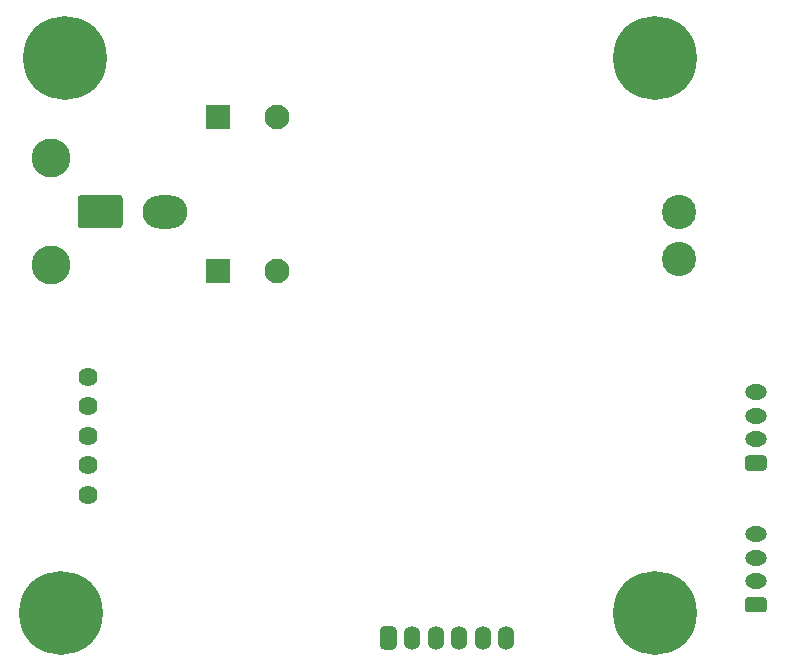
<source format=gbr>
%TF.GenerationSoftware,KiCad,Pcbnew,(5.1.6)-1*%
%TF.CreationDate,2021-10-22T00:30:08+09:00*%
%TF.ProjectId,Clutch_Ctrl_BD_Rev010,436c7574-6368-45f4-9374-726c5f42445f,rev?*%
%TF.SameCoordinates,PX5f5e100PY5f5e100*%
%TF.FileFunction,Soldermask,Bot*%
%TF.FilePolarity,Negative*%
%FSLAX46Y46*%
G04 Gerber Fmt 4.6, Leading zero omitted, Abs format (unit mm)*
G04 Created by KiCad (PCBNEW (5.1.6)-1) date 2021-10-22 00:30:08*
%MOMM*%
%LPD*%
G01*
G04 APERTURE LIST*
%ADD10O,1.400000X2.000000*%
%ADD11C,3.300000*%
%ADD12O,3.800000X2.800000*%
%ADD13O,1.850000X1.300000*%
%ADD14C,0.100000*%
%ADD15C,7.100000*%
%ADD16C,2.900000*%
%ADD17C,1.624000*%
%ADD18C,2.100000*%
%ADD19R,2.100000X2.100000*%
G04 APERTURE END LIST*
%TO.C,J1*%
G36*
G01*
X31700000Y2250000D02*
X31700000Y3550000D01*
G75*
G02*
X32050000Y3900000I350000J0D01*
G01*
X32750000Y3900000D01*
G75*
G02*
X33100000Y3550000I0J-350000D01*
G01*
X33100000Y2250000D01*
G75*
G02*
X32750000Y1900000I-350000J0D01*
G01*
X32050000Y1900000D01*
G75*
G02*
X31700000Y2250000I0J350000D01*
G01*
G37*
D10*
X34400000Y2900000D03*
X36400000Y2900000D03*
X38400000Y2900000D03*
X40400000Y2900000D03*
X42400000Y2900000D03*
%TD*%
D11*
%TO.C,J6*%
X3800000Y43500000D03*
X3800000Y34500000D03*
D12*
X13500000Y39000000D03*
G36*
G01*
X9640740Y37600000D02*
X6359260Y37600000D01*
G75*
G02*
X6100000Y37859260I0J259260D01*
G01*
X6100000Y40140740D01*
G75*
G02*
X6359260Y40400000I259260J0D01*
G01*
X9640740Y40400000D01*
G75*
G02*
X9900000Y40140740I0J-259260D01*
G01*
X9900000Y37859260D01*
G75*
G02*
X9640740Y37600000I-259260J0D01*
G01*
G37*
%TD*%
%TO.C,J5*%
G36*
G01*
X64154168Y5050000D02*
X62845832Y5050000D01*
G75*
G02*
X62575000Y5320832I0J270832D01*
G01*
X62575000Y6079168D01*
G75*
G02*
X62845832Y6350000I270832J0D01*
G01*
X64154168Y6350000D01*
G75*
G02*
X64425000Y6079168I0J-270832D01*
G01*
X64425000Y5320832D01*
G75*
G02*
X64154168Y5050000I-270832J0D01*
G01*
G37*
D13*
X63500000Y7700000D03*
X63500000Y9700000D03*
X63500000Y11700000D03*
%TD*%
%TO.C,J4*%
G36*
G01*
X64154168Y17050000D02*
X62845832Y17050000D01*
G75*
G02*
X62575000Y17320832I0J270832D01*
G01*
X62575000Y18079168D01*
G75*
G02*
X62845832Y18350000I270832J0D01*
G01*
X64154168Y18350000D01*
G75*
G02*
X64425000Y18079168I0J-270832D01*
G01*
X64425000Y17320832D01*
G75*
G02*
X64154168Y17050000I-270832J0D01*
G01*
G37*
X63500000Y19700000D03*
X63500000Y21700000D03*
X63500000Y23700000D03*
%TD*%
D14*
%TO.C,H4*%
G36*
X53124527Y54349277D02*
G01*
X53163592Y54345430D01*
X53168446Y54344710D01*
X53206946Y54337052D01*
X53211706Y54335860D01*
X53249270Y54324465D01*
X53253890Y54322812D01*
X53290156Y54307790D01*
X53294593Y54305692D01*
X53329212Y54287187D01*
X53333419Y54284665D01*
X53366058Y54262857D01*
X53370000Y54259933D01*
X53400344Y54235030D01*
X53403979Y54231735D01*
X53431735Y54203979D01*
X53435030Y54200344D01*
X53459933Y54170000D01*
X53462857Y54166058D01*
X53484665Y54133419D01*
X53487187Y54129212D01*
X53505692Y54094593D01*
X53507790Y54090156D01*
X53522812Y54053890D01*
X53524465Y54049270D01*
X53535860Y54011706D01*
X53537052Y54006946D01*
X53544710Y53968446D01*
X53545430Y53963592D01*
X53549277Y53924527D01*
X53549518Y53919627D01*
X53549518Y53880373D01*
X53549277Y53875473D01*
X53545430Y53836408D01*
X53544710Y53831554D01*
X53537052Y53793054D01*
X53535860Y53788294D01*
X53524465Y53750730D01*
X53522812Y53746110D01*
X53507790Y53709844D01*
X53505692Y53705407D01*
X53487187Y53670788D01*
X53484665Y53666581D01*
X53462857Y53633942D01*
X53459933Y53630000D01*
X53435030Y53599656D01*
X53431735Y53596021D01*
X53403979Y53568265D01*
X53400344Y53564970D01*
X53370000Y53540067D01*
X53366058Y53537143D01*
X53333419Y53515335D01*
X53329212Y53512813D01*
X53294593Y53494308D01*
X53290156Y53492210D01*
X53253890Y53477188D01*
X53249270Y53475535D01*
X53211706Y53464140D01*
X53206946Y53462948D01*
X53168446Y53455290D01*
X53163592Y53454570D01*
X53124527Y53450723D01*
X53119627Y53450482D01*
X53080373Y53450482D01*
X53075473Y53450723D01*
X53036408Y53454570D01*
X53031554Y53455290D01*
X52993054Y53462948D01*
X52988294Y53464140D01*
X52950730Y53475535D01*
X52946110Y53477188D01*
X52909844Y53492210D01*
X52905407Y53494308D01*
X52870788Y53512813D01*
X52866581Y53515335D01*
X52833942Y53537143D01*
X52830000Y53540067D01*
X52799656Y53564970D01*
X52796021Y53568265D01*
X52768265Y53596021D01*
X52764970Y53599656D01*
X52740067Y53630000D01*
X52737143Y53633942D01*
X52715335Y53666581D01*
X52712813Y53670788D01*
X52694308Y53705407D01*
X52692210Y53709844D01*
X52677188Y53746110D01*
X52675535Y53750730D01*
X52664140Y53788294D01*
X52662948Y53793054D01*
X52655290Y53831554D01*
X52654570Y53836408D01*
X52650723Y53875473D01*
X52650482Y53880373D01*
X52650482Y53919627D01*
X52650723Y53924527D01*
X52654570Y53963592D01*
X52655290Y53968446D01*
X52662948Y54006946D01*
X52664140Y54011706D01*
X52675535Y54049270D01*
X52677188Y54053890D01*
X52692210Y54090156D01*
X52694308Y54094593D01*
X52712813Y54129212D01*
X52715335Y54133419D01*
X52737143Y54166058D01*
X52740067Y54170000D01*
X52764970Y54200344D01*
X52768265Y54203979D01*
X52796021Y54231735D01*
X52799656Y54235030D01*
X52830000Y54259933D01*
X52833942Y54262857D01*
X52866581Y54284665D01*
X52870788Y54287187D01*
X52905407Y54305692D01*
X52909844Y54307790D01*
X52946110Y54322812D01*
X52950730Y54324465D01*
X52988294Y54335860D01*
X52993054Y54337052D01*
X53031554Y54344710D01*
X53036408Y54345430D01*
X53075473Y54349277D01*
X53080373Y54349518D01*
X53119627Y54349518D01*
X53124527Y54349277D01*
G37*
G36*
X56924527Y50549277D02*
G01*
X56963592Y50545430D01*
X56968446Y50544710D01*
X57006946Y50537052D01*
X57011706Y50535860D01*
X57049270Y50524465D01*
X57053890Y50522812D01*
X57090156Y50507790D01*
X57094593Y50505692D01*
X57129212Y50487187D01*
X57133419Y50484665D01*
X57166058Y50462857D01*
X57170000Y50459933D01*
X57200344Y50435030D01*
X57203979Y50431735D01*
X57231735Y50403979D01*
X57235030Y50400344D01*
X57259933Y50370000D01*
X57262857Y50366058D01*
X57284665Y50333419D01*
X57287187Y50329212D01*
X57305692Y50294593D01*
X57307790Y50290156D01*
X57322812Y50253890D01*
X57324465Y50249270D01*
X57335860Y50211706D01*
X57337052Y50206946D01*
X57344710Y50168446D01*
X57345430Y50163592D01*
X57349277Y50124527D01*
X57349518Y50119627D01*
X57349518Y50080373D01*
X57349277Y50075473D01*
X57345430Y50036408D01*
X57344710Y50031554D01*
X57337052Y49993054D01*
X57335860Y49988294D01*
X57324465Y49950730D01*
X57322812Y49946110D01*
X57307790Y49909844D01*
X57305692Y49905407D01*
X57287187Y49870788D01*
X57284665Y49866581D01*
X57262857Y49833942D01*
X57259933Y49830000D01*
X57235030Y49799656D01*
X57231735Y49796021D01*
X57203979Y49768265D01*
X57200344Y49764970D01*
X57170000Y49740067D01*
X57166058Y49737143D01*
X57133419Y49715335D01*
X57129212Y49712813D01*
X57094593Y49694308D01*
X57090156Y49692210D01*
X57053890Y49677188D01*
X57049270Y49675535D01*
X57011706Y49664140D01*
X57006946Y49662948D01*
X56968446Y49655290D01*
X56963592Y49654570D01*
X56924527Y49650723D01*
X56919627Y49650482D01*
X56880373Y49650482D01*
X56875473Y49650723D01*
X56836408Y49654570D01*
X56831554Y49655290D01*
X56793054Y49662948D01*
X56788294Y49664140D01*
X56750730Y49675535D01*
X56746110Y49677188D01*
X56709844Y49692210D01*
X56705407Y49694308D01*
X56670788Y49712813D01*
X56666581Y49715335D01*
X56633942Y49737143D01*
X56630000Y49740067D01*
X56599656Y49764970D01*
X56596021Y49768265D01*
X56568265Y49796021D01*
X56564970Y49799656D01*
X56540067Y49830000D01*
X56537143Y49833942D01*
X56515335Y49866581D01*
X56512813Y49870788D01*
X56494308Y49905407D01*
X56492210Y49909844D01*
X56477188Y49946110D01*
X56475535Y49950730D01*
X56464140Y49988294D01*
X56462948Y49993054D01*
X56455290Y50031554D01*
X56454570Y50036408D01*
X56450723Y50075473D01*
X56450482Y50080373D01*
X56450482Y50119627D01*
X56450723Y50124527D01*
X56454570Y50163592D01*
X56455290Y50168446D01*
X56462948Y50206946D01*
X56464140Y50211706D01*
X56475535Y50249270D01*
X56477188Y50253890D01*
X56492210Y50290156D01*
X56494308Y50294593D01*
X56512813Y50329212D01*
X56515335Y50333419D01*
X56537143Y50366058D01*
X56540067Y50370000D01*
X56564970Y50400344D01*
X56568265Y50403979D01*
X56596021Y50431735D01*
X56599656Y50435030D01*
X56630000Y50459933D01*
X56633942Y50462857D01*
X56666581Y50484665D01*
X56670788Y50487187D01*
X56705407Y50505692D01*
X56709844Y50507790D01*
X56746110Y50522812D01*
X56750730Y50524465D01*
X56788294Y50535860D01*
X56793054Y50537052D01*
X56831554Y50544710D01*
X56836408Y50545430D01*
X56875473Y50549277D01*
X56880373Y50549518D01*
X56919627Y50549518D01*
X56924527Y50549277D01*
G37*
G36*
X53124527Y50549277D02*
G01*
X53163592Y50545430D01*
X53168446Y50544710D01*
X53206946Y50537052D01*
X53211706Y50535860D01*
X53249270Y50524465D01*
X53253890Y50522812D01*
X53290156Y50507790D01*
X53294593Y50505692D01*
X53329212Y50487187D01*
X53333419Y50484665D01*
X53366058Y50462857D01*
X53370000Y50459933D01*
X53400344Y50435030D01*
X53403979Y50431735D01*
X53431735Y50403979D01*
X53435030Y50400344D01*
X53459933Y50370000D01*
X53462857Y50366058D01*
X53484665Y50333419D01*
X53487187Y50329212D01*
X53505692Y50294593D01*
X53507790Y50290156D01*
X53522812Y50253890D01*
X53524465Y50249270D01*
X53535860Y50211706D01*
X53537052Y50206946D01*
X53544710Y50168446D01*
X53545430Y50163592D01*
X53549277Y50124527D01*
X53549518Y50119627D01*
X53549518Y50080373D01*
X53549277Y50075473D01*
X53545430Y50036408D01*
X53544710Y50031554D01*
X53537052Y49993054D01*
X53535860Y49988294D01*
X53524465Y49950730D01*
X53522812Y49946110D01*
X53507790Y49909844D01*
X53505692Y49905407D01*
X53487187Y49870788D01*
X53484665Y49866581D01*
X53462857Y49833942D01*
X53459933Y49830000D01*
X53435030Y49799656D01*
X53431735Y49796021D01*
X53403979Y49768265D01*
X53400344Y49764970D01*
X53370000Y49740067D01*
X53366058Y49737143D01*
X53333419Y49715335D01*
X53329212Y49712813D01*
X53294593Y49694308D01*
X53290156Y49692210D01*
X53253890Y49677188D01*
X53249270Y49675535D01*
X53211706Y49664140D01*
X53206946Y49662948D01*
X53168446Y49655290D01*
X53163592Y49654570D01*
X53124527Y49650723D01*
X53119627Y49650482D01*
X53080373Y49650482D01*
X53075473Y49650723D01*
X53036408Y49654570D01*
X53031554Y49655290D01*
X52993054Y49662948D01*
X52988294Y49664140D01*
X52950730Y49675535D01*
X52946110Y49677188D01*
X52909844Y49692210D01*
X52905407Y49694308D01*
X52870788Y49712813D01*
X52866581Y49715335D01*
X52833942Y49737143D01*
X52830000Y49740067D01*
X52799656Y49764970D01*
X52796021Y49768265D01*
X52768265Y49796021D01*
X52764970Y49799656D01*
X52740067Y49830000D01*
X52737143Y49833942D01*
X52715335Y49866581D01*
X52712813Y49870788D01*
X52694308Y49905407D01*
X52692210Y49909844D01*
X52677188Y49946110D01*
X52675535Y49950730D01*
X52664140Y49988294D01*
X52662948Y49993054D01*
X52655290Y50031554D01*
X52654570Y50036408D01*
X52650723Y50075473D01*
X52650482Y50080373D01*
X52650482Y50119627D01*
X52650723Y50124527D01*
X52654570Y50163592D01*
X52655290Y50168446D01*
X52662948Y50206946D01*
X52664140Y50211706D01*
X52675535Y50249270D01*
X52677188Y50253890D01*
X52692210Y50290156D01*
X52694308Y50294593D01*
X52712813Y50329212D01*
X52715335Y50333419D01*
X52737143Y50366058D01*
X52740067Y50370000D01*
X52764970Y50400344D01*
X52768265Y50403979D01*
X52796021Y50431735D01*
X52799656Y50435030D01*
X52830000Y50459933D01*
X52833942Y50462857D01*
X52866581Y50484665D01*
X52870788Y50487187D01*
X52905407Y50505692D01*
X52909844Y50507790D01*
X52946110Y50522812D01*
X52950730Y50524465D01*
X52988294Y50535860D01*
X52993054Y50537052D01*
X53031554Y50544710D01*
X53036408Y50545430D01*
X53075473Y50549277D01*
X53080373Y50549518D01*
X53119627Y50549518D01*
X53124527Y50549277D01*
G37*
G36*
X56924527Y54349277D02*
G01*
X56963592Y54345430D01*
X56968446Y54344710D01*
X57006946Y54337052D01*
X57011706Y54335860D01*
X57049270Y54324465D01*
X57053890Y54322812D01*
X57090156Y54307790D01*
X57094593Y54305692D01*
X57129212Y54287187D01*
X57133419Y54284665D01*
X57166058Y54262857D01*
X57170000Y54259933D01*
X57200344Y54235030D01*
X57203979Y54231735D01*
X57231735Y54203979D01*
X57235030Y54200344D01*
X57259933Y54170000D01*
X57262857Y54166058D01*
X57284665Y54133419D01*
X57287187Y54129212D01*
X57305692Y54094593D01*
X57307790Y54090156D01*
X57322812Y54053890D01*
X57324465Y54049270D01*
X57335860Y54011706D01*
X57337052Y54006946D01*
X57344710Y53968446D01*
X57345430Y53963592D01*
X57349277Y53924527D01*
X57349518Y53919627D01*
X57349518Y53880373D01*
X57349277Y53875473D01*
X57345430Y53836408D01*
X57344710Y53831554D01*
X57337052Y53793054D01*
X57335860Y53788294D01*
X57324465Y53750730D01*
X57322812Y53746110D01*
X57307790Y53709844D01*
X57305692Y53705407D01*
X57287187Y53670788D01*
X57284665Y53666581D01*
X57262857Y53633942D01*
X57259933Y53630000D01*
X57235030Y53599656D01*
X57231735Y53596021D01*
X57203979Y53568265D01*
X57200344Y53564970D01*
X57170000Y53540067D01*
X57166058Y53537143D01*
X57133419Y53515335D01*
X57129212Y53512813D01*
X57094593Y53494308D01*
X57090156Y53492210D01*
X57053890Y53477188D01*
X57049270Y53475535D01*
X57011706Y53464140D01*
X57006946Y53462948D01*
X56968446Y53455290D01*
X56963592Y53454570D01*
X56924527Y53450723D01*
X56919627Y53450482D01*
X56880373Y53450482D01*
X56875473Y53450723D01*
X56836408Y53454570D01*
X56831554Y53455290D01*
X56793054Y53462948D01*
X56788294Y53464140D01*
X56750730Y53475535D01*
X56746110Y53477188D01*
X56709844Y53492210D01*
X56705407Y53494308D01*
X56670788Y53512813D01*
X56666581Y53515335D01*
X56633942Y53537143D01*
X56630000Y53540067D01*
X56599656Y53564970D01*
X56596021Y53568265D01*
X56568265Y53596021D01*
X56564970Y53599656D01*
X56540067Y53630000D01*
X56537143Y53633942D01*
X56515335Y53666581D01*
X56512813Y53670788D01*
X56494308Y53705407D01*
X56492210Y53709844D01*
X56477188Y53746110D01*
X56475535Y53750730D01*
X56464140Y53788294D01*
X56462948Y53793054D01*
X56455290Y53831554D01*
X56454570Y53836408D01*
X56450723Y53875473D01*
X56450482Y53880373D01*
X56450482Y53919627D01*
X56450723Y53924527D01*
X56454570Y53963592D01*
X56455290Y53968446D01*
X56462948Y54006946D01*
X56464140Y54011706D01*
X56475535Y54049270D01*
X56477188Y54053890D01*
X56492210Y54090156D01*
X56494308Y54094593D01*
X56512813Y54129212D01*
X56515335Y54133419D01*
X56537143Y54166058D01*
X56540067Y54170000D01*
X56564970Y54200344D01*
X56568265Y54203979D01*
X56596021Y54231735D01*
X56599656Y54235030D01*
X56630000Y54259933D01*
X56633942Y54262857D01*
X56666581Y54284665D01*
X56670788Y54287187D01*
X56705407Y54305692D01*
X56709844Y54307790D01*
X56746110Y54322812D01*
X56750730Y54324465D01*
X56788294Y54335860D01*
X56793054Y54337052D01*
X56831554Y54344710D01*
X56836408Y54345430D01*
X56875473Y54349277D01*
X56880373Y54349518D01*
X56919627Y54349518D01*
X56924527Y54349277D01*
G37*
G36*
X55024527Y55149277D02*
G01*
X55063592Y55145430D01*
X55068446Y55144710D01*
X55106946Y55137052D01*
X55111706Y55135860D01*
X55149270Y55124465D01*
X55153890Y55122812D01*
X55190156Y55107790D01*
X55194593Y55105692D01*
X55229212Y55087187D01*
X55233419Y55084665D01*
X55266058Y55062857D01*
X55270000Y55059933D01*
X55300344Y55035030D01*
X55303979Y55031735D01*
X55331735Y55003979D01*
X55335030Y55000344D01*
X55359933Y54970000D01*
X55362857Y54966058D01*
X55384665Y54933419D01*
X55387187Y54929212D01*
X55405692Y54894593D01*
X55407790Y54890156D01*
X55422812Y54853890D01*
X55424465Y54849270D01*
X55435860Y54811706D01*
X55437052Y54806946D01*
X55444710Y54768446D01*
X55445430Y54763592D01*
X55449277Y54724527D01*
X55449518Y54719627D01*
X55449518Y54680373D01*
X55449277Y54675473D01*
X55445430Y54636408D01*
X55444710Y54631554D01*
X55437052Y54593054D01*
X55435860Y54588294D01*
X55424465Y54550730D01*
X55422812Y54546110D01*
X55407790Y54509844D01*
X55405692Y54505407D01*
X55387187Y54470788D01*
X55384665Y54466581D01*
X55362857Y54433942D01*
X55359933Y54430000D01*
X55335030Y54399656D01*
X55331735Y54396021D01*
X55303979Y54368265D01*
X55300344Y54364970D01*
X55270000Y54340067D01*
X55266058Y54337143D01*
X55233419Y54315335D01*
X55229212Y54312813D01*
X55194593Y54294308D01*
X55190156Y54292210D01*
X55153890Y54277188D01*
X55149270Y54275535D01*
X55111706Y54264140D01*
X55106946Y54262948D01*
X55068446Y54255290D01*
X55063592Y54254570D01*
X55024527Y54250723D01*
X55019627Y54250482D01*
X54980373Y54250482D01*
X54975473Y54250723D01*
X54936408Y54254570D01*
X54931554Y54255290D01*
X54893054Y54262948D01*
X54888294Y54264140D01*
X54850730Y54275535D01*
X54846110Y54277188D01*
X54809844Y54292210D01*
X54805407Y54294308D01*
X54770788Y54312813D01*
X54766581Y54315335D01*
X54733942Y54337143D01*
X54730000Y54340067D01*
X54699656Y54364970D01*
X54696021Y54368265D01*
X54668265Y54396021D01*
X54664970Y54399656D01*
X54640067Y54430000D01*
X54637143Y54433942D01*
X54615335Y54466581D01*
X54612813Y54470788D01*
X54594308Y54505407D01*
X54592210Y54509844D01*
X54577188Y54546110D01*
X54575535Y54550730D01*
X54564140Y54588294D01*
X54562948Y54593054D01*
X54555290Y54631554D01*
X54554570Y54636408D01*
X54550723Y54675473D01*
X54550482Y54680373D01*
X54550482Y54719627D01*
X54550723Y54724527D01*
X54554570Y54763592D01*
X54555290Y54768446D01*
X54562948Y54806946D01*
X54564140Y54811706D01*
X54575535Y54849270D01*
X54577188Y54853890D01*
X54592210Y54890156D01*
X54594308Y54894593D01*
X54612813Y54929212D01*
X54615335Y54933419D01*
X54637143Y54966058D01*
X54640067Y54970000D01*
X54664970Y55000344D01*
X54668265Y55003979D01*
X54696021Y55031735D01*
X54699656Y55035030D01*
X54730000Y55059933D01*
X54733942Y55062857D01*
X54766581Y55084665D01*
X54770788Y55087187D01*
X54805407Y55105692D01*
X54809844Y55107790D01*
X54846110Y55122812D01*
X54850730Y55124465D01*
X54888294Y55135860D01*
X54893054Y55137052D01*
X54931554Y55144710D01*
X54936408Y55145430D01*
X54975473Y55149277D01*
X54980373Y55149518D01*
X55019627Y55149518D01*
X55024527Y55149277D01*
G37*
G36*
X52324527Y52449277D02*
G01*
X52363592Y52445430D01*
X52368446Y52444710D01*
X52406946Y52437052D01*
X52411706Y52435860D01*
X52449270Y52424465D01*
X52453890Y52422812D01*
X52490156Y52407790D01*
X52494593Y52405692D01*
X52529212Y52387187D01*
X52533419Y52384665D01*
X52566058Y52362857D01*
X52570000Y52359933D01*
X52600344Y52335030D01*
X52603979Y52331735D01*
X52631735Y52303979D01*
X52635030Y52300344D01*
X52659933Y52270000D01*
X52662857Y52266058D01*
X52684665Y52233419D01*
X52687187Y52229212D01*
X52705692Y52194593D01*
X52707790Y52190156D01*
X52722812Y52153890D01*
X52724465Y52149270D01*
X52735860Y52111706D01*
X52737052Y52106946D01*
X52744710Y52068446D01*
X52745430Y52063592D01*
X52749277Y52024527D01*
X52749518Y52019627D01*
X52749518Y51980373D01*
X52749277Y51975473D01*
X52745430Y51936408D01*
X52744710Y51931554D01*
X52737052Y51893054D01*
X52735860Y51888294D01*
X52724465Y51850730D01*
X52722812Y51846110D01*
X52707790Y51809844D01*
X52705692Y51805407D01*
X52687187Y51770788D01*
X52684665Y51766581D01*
X52662857Y51733942D01*
X52659933Y51730000D01*
X52635030Y51699656D01*
X52631735Y51696021D01*
X52603979Y51668265D01*
X52600344Y51664970D01*
X52570000Y51640067D01*
X52566058Y51637143D01*
X52533419Y51615335D01*
X52529212Y51612813D01*
X52494593Y51594308D01*
X52490156Y51592210D01*
X52453890Y51577188D01*
X52449270Y51575535D01*
X52411706Y51564140D01*
X52406946Y51562948D01*
X52368446Y51555290D01*
X52363592Y51554570D01*
X52324527Y51550723D01*
X52319627Y51550482D01*
X52280373Y51550482D01*
X52275473Y51550723D01*
X52236408Y51554570D01*
X52231554Y51555290D01*
X52193054Y51562948D01*
X52188294Y51564140D01*
X52150730Y51575535D01*
X52146110Y51577188D01*
X52109844Y51592210D01*
X52105407Y51594308D01*
X52070788Y51612813D01*
X52066581Y51615335D01*
X52033942Y51637143D01*
X52030000Y51640067D01*
X51999656Y51664970D01*
X51996021Y51668265D01*
X51968265Y51696021D01*
X51964970Y51699656D01*
X51940067Y51730000D01*
X51937143Y51733942D01*
X51915335Y51766581D01*
X51912813Y51770788D01*
X51894308Y51805407D01*
X51892210Y51809844D01*
X51877188Y51846110D01*
X51875535Y51850730D01*
X51864140Y51888294D01*
X51862948Y51893054D01*
X51855290Y51931554D01*
X51854570Y51936408D01*
X51850723Y51975473D01*
X51850482Y51980373D01*
X51850482Y52019627D01*
X51850723Y52024527D01*
X51854570Y52063592D01*
X51855290Y52068446D01*
X51862948Y52106946D01*
X51864140Y52111706D01*
X51875535Y52149270D01*
X51877188Y52153890D01*
X51892210Y52190156D01*
X51894308Y52194593D01*
X51912813Y52229212D01*
X51915335Y52233419D01*
X51937143Y52266058D01*
X51940067Y52270000D01*
X51964970Y52300344D01*
X51968265Y52303979D01*
X51996021Y52331735D01*
X51999656Y52335030D01*
X52030000Y52359933D01*
X52033942Y52362857D01*
X52066581Y52384665D01*
X52070788Y52387187D01*
X52105407Y52405692D01*
X52109844Y52407790D01*
X52146110Y52422812D01*
X52150730Y52424465D01*
X52188294Y52435860D01*
X52193054Y52437052D01*
X52231554Y52444710D01*
X52236408Y52445430D01*
X52275473Y52449277D01*
X52280373Y52449518D01*
X52319627Y52449518D01*
X52324527Y52449277D01*
G37*
G36*
X55024527Y49749277D02*
G01*
X55063592Y49745430D01*
X55068446Y49744710D01*
X55106946Y49737052D01*
X55111706Y49735860D01*
X55149270Y49724465D01*
X55153890Y49722812D01*
X55190156Y49707790D01*
X55194593Y49705692D01*
X55229212Y49687187D01*
X55233419Y49684665D01*
X55266058Y49662857D01*
X55270000Y49659933D01*
X55300344Y49635030D01*
X55303979Y49631735D01*
X55331735Y49603979D01*
X55335030Y49600344D01*
X55359933Y49570000D01*
X55362857Y49566058D01*
X55384665Y49533419D01*
X55387187Y49529212D01*
X55405692Y49494593D01*
X55407790Y49490156D01*
X55422812Y49453890D01*
X55424465Y49449270D01*
X55435860Y49411706D01*
X55437052Y49406946D01*
X55444710Y49368446D01*
X55445430Y49363592D01*
X55449277Y49324527D01*
X55449518Y49319627D01*
X55449518Y49280373D01*
X55449277Y49275473D01*
X55445430Y49236408D01*
X55444710Y49231554D01*
X55437052Y49193054D01*
X55435860Y49188294D01*
X55424465Y49150730D01*
X55422812Y49146110D01*
X55407790Y49109844D01*
X55405692Y49105407D01*
X55387187Y49070788D01*
X55384665Y49066581D01*
X55362857Y49033942D01*
X55359933Y49030000D01*
X55335030Y48999656D01*
X55331735Y48996021D01*
X55303979Y48968265D01*
X55300344Y48964970D01*
X55270000Y48940067D01*
X55266058Y48937143D01*
X55233419Y48915335D01*
X55229212Y48912813D01*
X55194593Y48894308D01*
X55190156Y48892210D01*
X55153890Y48877188D01*
X55149270Y48875535D01*
X55111706Y48864140D01*
X55106946Y48862948D01*
X55068446Y48855290D01*
X55063592Y48854570D01*
X55024527Y48850723D01*
X55019627Y48850482D01*
X54980373Y48850482D01*
X54975473Y48850723D01*
X54936408Y48854570D01*
X54931554Y48855290D01*
X54893054Y48862948D01*
X54888294Y48864140D01*
X54850730Y48875535D01*
X54846110Y48877188D01*
X54809844Y48892210D01*
X54805407Y48894308D01*
X54770788Y48912813D01*
X54766581Y48915335D01*
X54733942Y48937143D01*
X54730000Y48940067D01*
X54699656Y48964970D01*
X54696021Y48968265D01*
X54668265Y48996021D01*
X54664970Y48999656D01*
X54640067Y49030000D01*
X54637143Y49033942D01*
X54615335Y49066581D01*
X54612813Y49070788D01*
X54594308Y49105407D01*
X54592210Y49109844D01*
X54577188Y49146110D01*
X54575535Y49150730D01*
X54564140Y49188294D01*
X54562948Y49193054D01*
X54555290Y49231554D01*
X54554570Y49236408D01*
X54550723Y49275473D01*
X54550482Y49280373D01*
X54550482Y49319627D01*
X54550723Y49324527D01*
X54554570Y49363592D01*
X54555290Y49368446D01*
X54562948Y49406946D01*
X54564140Y49411706D01*
X54575535Y49449270D01*
X54577188Y49453890D01*
X54592210Y49490156D01*
X54594308Y49494593D01*
X54612813Y49529212D01*
X54615335Y49533419D01*
X54637143Y49566058D01*
X54640067Y49570000D01*
X54664970Y49600344D01*
X54668265Y49603979D01*
X54696021Y49631735D01*
X54699656Y49635030D01*
X54730000Y49659933D01*
X54733942Y49662857D01*
X54766581Y49684665D01*
X54770788Y49687187D01*
X54805407Y49705692D01*
X54809844Y49707790D01*
X54846110Y49722812D01*
X54850730Y49724465D01*
X54888294Y49735860D01*
X54893054Y49737052D01*
X54931554Y49744710D01*
X54936408Y49745430D01*
X54975473Y49749277D01*
X54980373Y49749518D01*
X55019627Y49749518D01*
X55024527Y49749277D01*
G37*
G36*
X57724527Y52449277D02*
G01*
X57763592Y52445430D01*
X57768446Y52444710D01*
X57806946Y52437052D01*
X57811706Y52435860D01*
X57849270Y52424465D01*
X57853890Y52422812D01*
X57890156Y52407790D01*
X57894593Y52405692D01*
X57929212Y52387187D01*
X57933419Y52384665D01*
X57966058Y52362857D01*
X57970000Y52359933D01*
X58000344Y52335030D01*
X58003979Y52331735D01*
X58031735Y52303979D01*
X58035030Y52300344D01*
X58059933Y52270000D01*
X58062857Y52266058D01*
X58084665Y52233419D01*
X58087187Y52229212D01*
X58105692Y52194593D01*
X58107790Y52190156D01*
X58122812Y52153890D01*
X58124465Y52149270D01*
X58135860Y52111706D01*
X58137052Y52106946D01*
X58144710Y52068446D01*
X58145430Y52063592D01*
X58149277Y52024527D01*
X58149518Y52019627D01*
X58149518Y51980373D01*
X58149277Y51975473D01*
X58145430Y51936408D01*
X58144710Y51931554D01*
X58137052Y51893054D01*
X58135860Y51888294D01*
X58124465Y51850730D01*
X58122812Y51846110D01*
X58107790Y51809844D01*
X58105692Y51805407D01*
X58087187Y51770788D01*
X58084665Y51766581D01*
X58062857Y51733942D01*
X58059933Y51730000D01*
X58035030Y51699656D01*
X58031735Y51696021D01*
X58003979Y51668265D01*
X58000344Y51664970D01*
X57970000Y51640067D01*
X57966058Y51637143D01*
X57933419Y51615335D01*
X57929212Y51612813D01*
X57894593Y51594308D01*
X57890156Y51592210D01*
X57853890Y51577188D01*
X57849270Y51575535D01*
X57811706Y51564140D01*
X57806946Y51562948D01*
X57768446Y51555290D01*
X57763592Y51554570D01*
X57724527Y51550723D01*
X57719627Y51550482D01*
X57680373Y51550482D01*
X57675473Y51550723D01*
X57636408Y51554570D01*
X57631554Y51555290D01*
X57593054Y51562948D01*
X57588294Y51564140D01*
X57550730Y51575535D01*
X57546110Y51577188D01*
X57509844Y51592210D01*
X57505407Y51594308D01*
X57470788Y51612813D01*
X57466581Y51615335D01*
X57433942Y51637143D01*
X57430000Y51640067D01*
X57399656Y51664970D01*
X57396021Y51668265D01*
X57368265Y51696021D01*
X57364970Y51699656D01*
X57340067Y51730000D01*
X57337143Y51733942D01*
X57315335Y51766581D01*
X57312813Y51770788D01*
X57294308Y51805407D01*
X57292210Y51809844D01*
X57277188Y51846110D01*
X57275535Y51850730D01*
X57264140Y51888294D01*
X57262948Y51893054D01*
X57255290Y51931554D01*
X57254570Y51936408D01*
X57250723Y51975473D01*
X57250482Y51980373D01*
X57250482Y52019627D01*
X57250723Y52024527D01*
X57254570Y52063592D01*
X57255290Y52068446D01*
X57262948Y52106946D01*
X57264140Y52111706D01*
X57275535Y52149270D01*
X57277188Y52153890D01*
X57292210Y52190156D01*
X57294308Y52194593D01*
X57312813Y52229212D01*
X57315335Y52233419D01*
X57337143Y52266058D01*
X57340067Y52270000D01*
X57364970Y52300344D01*
X57368265Y52303979D01*
X57396021Y52331735D01*
X57399656Y52335030D01*
X57430000Y52359933D01*
X57433942Y52362857D01*
X57466581Y52384665D01*
X57470788Y52387187D01*
X57505407Y52405692D01*
X57509844Y52407790D01*
X57546110Y52422812D01*
X57550730Y52424465D01*
X57588294Y52435860D01*
X57593054Y52437052D01*
X57631554Y52444710D01*
X57636408Y52445430D01*
X57675473Y52449277D01*
X57680373Y52449518D01*
X57719627Y52449518D01*
X57724527Y52449277D01*
G37*
D15*
X55000000Y52000000D03*
%TD*%
D14*
%TO.C,H3*%
G36*
X3124527Y54349277D02*
G01*
X3163592Y54345430D01*
X3168446Y54344710D01*
X3206946Y54337052D01*
X3211706Y54335860D01*
X3249270Y54324465D01*
X3253890Y54322812D01*
X3290156Y54307790D01*
X3294593Y54305692D01*
X3329212Y54287187D01*
X3333419Y54284665D01*
X3366058Y54262857D01*
X3370000Y54259933D01*
X3400344Y54235030D01*
X3403979Y54231735D01*
X3431735Y54203979D01*
X3435030Y54200344D01*
X3459933Y54170000D01*
X3462857Y54166058D01*
X3484665Y54133419D01*
X3487187Y54129212D01*
X3505692Y54094593D01*
X3507790Y54090156D01*
X3522812Y54053890D01*
X3524465Y54049270D01*
X3535860Y54011706D01*
X3537052Y54006946D01*
X3544710Y53968446D01*
X3545430Y53963592D01*
X3549277Y53924527D01*
X3549518Y53919627D01*
X3549518Y53880373D01*
X3549277Y53875473D01*
X3545430Y53836408D01*
X3544710Y53831554D01*
X3537052Y53793054D01*
X3535860Y53788294D01*
X3524465Y53750730D01*
X3522812Y53746110D01*
X3507790Y53709844D01*
X3505692Y53705407D01*
X3487187Y53670788D01*
X3484665Y53666581D01*
X3462857Y53633942D01*
X3459933Y53630000D01*
X3435030Y53599656D01*
X3431735Y53596021D01*
X3403979Y53568265D01*
X3400344Y53564970D01*
X3370000Y53540067D01*
X3366058Y53537143D01*
X3333419Y53515335D01*
X3329212Y53512813D01*
X3294593Y53494308D01*
X3290156Y53492210D01*
X3253890Y53477188D01*
X3249270Y53475535D01*
X3211706Y53464140D01*
X3206946Y53462948D01*
X3168446Y53455290D01*
X3163592Y53454570D01*
X3124527Y53450723D01*
X3119627Y53450482D01*
X3080373Y53450482D01*
X3075473Y53450723D01*
X3036408Y53454570D01*
X3031554Y53455290D01*
X2993054Y53462948D01*
X2988294Y53464140D01*
X2950730Y53475535D01*
X2946110Y53477188D01*
X2909844Y53492210D01*
X2905407Y53494308D01*
X2870788Y53512813D01*
X2866581Y53515335D01*
X2833942Y53537143D01*
X2830000Y53540067D01*
X2799656Y53564970D01*
X2796021Y53568265D01*
X2768265Y53596021D01*
X2764970Y53599656D01*
X2740067Y53630000D01*
X2737143Y53633942D01*
X2715335Y53666581D01*
X2712813Y53670788D01*
X2694308Y53705407D01*
X2692210Y53709844D01*
X2677188Y53746110D01*
X2675535Y53750730D01*
X2664140Y53788294D01*
X2662948Y53793054D01*
X2655290Y53831554D01*
X2654570Y53836408D01*
X2650723Y53875473D01*
X2650482Y53880373D01*
X2650482Y53919627D01*
X2650723Y53924527D01*
X2654570Y53963592D01*
X2655290Y53968446D01*
X2662948Y54006946D01*
X2664140Y54011706D01*
X2675535Y54049270D01*
X2677188Y54053890D01*
X2692210Y54090156D01*
X2694308Y54094593D01*
X2712813Y54129212D01*
X2715335Y54133419D01*
X2737143Y54166058D01*
X2740067Y54170000D01*
X2764970Y54200344D01*
X2768265Y54203979D01*
X2796021Y54231735D01*
X2799656Y54235030D01*
X2830000Y54259933D01*
X2833942Y54262857D01*
X2866581Y54284665D01*
X2870788Y54287187D01*
X2905407Y54305692D01*
X2909844Y54307790D01*
X2946110Y54322812D01*
X2950730Y54324465D01*
X2988294Y54335860D01*
X2993054Y54337052D01*
X3031554Y54344710D01*
X3036408Y54345430D01*
X3075473Y54349277D01*
X3080373Y54349518D01*
X3119627Y54349518D01*
X3124527Y54349277D01*
G37*
G36*
X6924527Y50549277D02*
G01*
X6963592Y50545430D01*
X6968446Y50544710D01*
X7006946Y50537052D01*
X7011706Y50535860D01*
X7049270Y50524465D01*
X7053890Y50522812D01*
X7090156Y50507790D01*
X7094593Y50505692D01*
X7129212Y50487187D01*
X7133419Y50484665D01*
X7166058Y50462857D01*
X7170000Y50459933D01*
X7200344Y50435030D01*
X7203979Y50431735D01*
X7231735Y50403979D01*
X7235030Y50400344D01*
X7259933Y50370000D01*
X7262857Y50366058D01*
X7284665Y50333419D01*
X7287187Y50329212D01*
X7305692Y50294593D01*
X7307790Y50290156D01*
X7322812Y50253890D01*
X7324465Y50249270D01*
X7335860Y50211706D01*
X7337052Y50206946D01*
X7344710Y50168446D01*
X7345430Y50163592D01*
X7349277Y50124527D01*
X7349518Y50119627D01*
X7349518Y50080373D01*
X7349277Y50075473D01*
X7345430Y50036408D01*
X7344710Y50031554D01*
X7337052Y49993054D01*
X7335860Y49988294D01*
X7324465Y49950730D01*
X7322812Y49946110D01*
X7307790Y49909844D01*
X7305692Y49905407D01*
X7287187Y49870788D01*
X7284665Y49866581D01*
X7262857Y49833942D01*
X7259933Y49830000D01*
X7235030Y49799656D01*
X7231735Y49796021D01*
X7203979Y49768265D01*
X7200344Y49764970D01*
X7170000Y49740067D01*
X7166058Y49737143D01*
X7133419Y49715335D01*
X7129212Y49712813D01*
X7094593Y49694308D01*
X7090156Y49692210D01*
X7053890Y49677188D01*
X7049270Y49675535D01*
X7011706Y49664140D01*
X7006946Y49662948D01*
X6968446Y49655290D01*
X6963592Y49654570D01*
X6924527Y49650723D01*
X6919627Y49650482D01*
X6880373Y49650482D01*
X6875473Y49650723D01*
X6836408Y49654570D01*
X6831554Y49655290D01*
X6793054Y49662948D01*
X6788294Y49664140D01*
X6750730Y49675535D01*
X6746110Y49677188D01*
X6709844Y49692210D01*
X6705407Y49694308D01*
X6670788Y49712813D01*
X6666581Y49715335D01*
X6633942Y49737143D01*
X6630000Y49740067D01*
X6599656Y49764970D01*
X6596021Y49768265D01*
X6568265Y49796021D01*
X6564970Y49799656D01*
X6540067Y49830000D01*
X6537143Y49833942D01*
X6515335Y49866581D01*
X6512813Y49870788D01*
X6494308Y49905407D01*
X6492210Y49909844D01*
X6477188Y49946110D01*
X6475535Y49950730D01*
X6464140Y49988294D01*
X6462948Y49993054D01*
X6455290Y50031554D01*
X6454570Y50036408D01*
X6450723Y50075473D01*
X6450482Y50080373D01*
X6450482Y50119627D01*
X6450723Y50124527D01*
X6454570Y50163592D01*
X6455290Y50168446D01*
X6462948Y50206946D01*
X6464140Y50211706D01*
X6475535Y50249270D01*
X6477188Y50253890D01*
X6492210Y50290156D01*
X6494308Y50294593D01*
X6512813Y50329212D01*
X6515335Y50333419D01*
X6537143Y50366058D01*
X6540067Y50370000D01*
X6564970Y50400344D01*
X6568265Y50403979D01*
X6596021Y50431735D01*
X6599656Y50435030D01*
X6630000Y50459933D01*
X6633942Y50462857D01*
X6666581Y50484665D01*
X6670788Y50487187D01*
X6705407Y50505692D01*
X6709844Y50507790D01*
X6746110Y50522812D01*
X6750730Y50524465D01*
X6788294Y50535860D01*
X6793054Y50537052D01*
X6831554Y50544710D01*
X6836408Y50545430D01*
X6875473Y50549277D01*
X6880373Y50549518D01*
X6919627Y50549518D01*
X6924527Y50549277D01*
G37*
G36*
X3124527Y50549277D02*
G01*
X3163592Y50545430D01*
X3168446Y50544710D01*
X3206946Y50537052D01*
X3211706Y50535860D01*
X3249270Y50524465D01*
X3253890Y50522812D01*
X3290156Y50507790D01*
X3294593Y50505692D01*
X3329212Y50487187D01*
X3333419Y50484665D01*
X3366058Y50462857D01*
X3370000Y50459933D01*
X3400344Y50435030D01*
X3403979Y50431735D01*
X3431735Y50403979D01*
X3435030Y50400344D01*
X3459933Y50370000D01*
X3462857Y50366058D01*
X3484665Y50333419D01*
X3487187Y50329212D01*
X3505692Y50294593D01*
X3507790Y50290156D01*
X3522812Y50253890D01*
X3524465Y50249270D01*
X3535860Y50211706D01*
X3537052Y50206946D01*
X3544710Y50168446D01*
X3545430Y50163592D01*
X3549277Y50124527D01*
X3549518Y50119627D01*
X3549518Y50080373D01*
X3549277Y50075473D01*
X3545430Y50036408D01*
X3544710Y50031554D01*
X3537052Y49993054D01*
X3535860Y49988294D01*
X3524465Y49950730D01*
X3522812Y49946110D01*
X3507790Y49909844D01*
X3505692Y49905407D01*
X3487187Y49870788D01*
X3484665Y49866581D01*
X3462857Y49833942D01*
X3459933Y49830000D01*
X3435030Y49799656D01*
X3431735Y49796021D01*
X3403979Y49768265D01*
X3400344Y49764970D01*
X3370000Y49740067D01*
X3366058Y49737143D01*
X3333419Y49715335D01*
X3329212Y49712813D01*
X3294593Y49694308D01*
X3290156Y49692210D01*
X3253890Y49677188D01*
X3249270Y49675535D01*
X3211706Y49664140D01*
X3206946Y49662948D01*
X3168446Y49655290D01*
X3163592Y49654570D01*
X3124527Y49650723D01*
X3119627Y49650482D01*
X3080373Y49650482D01*
X3075473Y49650723D01*
X3036408Y49654570D01*
X3031554Y49655290D01*
X2993054Y49662948D01*
X2988294Y49664140D01*
X2950730Y49675535D01*
X2946110Y49677188D01*
X2909844Y49692210D01*
X2905407Y49694308D01*
X2870788Y49712813D01*
X2866581Y49715335D01*
X2833942Y49737143D01*
X2830000Y49740067D01*
X2799656Y49764970D01*
X2796021Y49768265D01*
X2768265Y49796021D01*
X2764970Y49799656D01*
X2740067Y49830000D01*
X2737143Y49833942D01*
X2715335Y49866581D01*
X2712813Y49870788D01*
X2694308Y49905407D01*
X2692210Y49909844D01*
X2677188Y49946110D01*
X2675535Y49950730D01*
X2664140Y49988294D01*
X2662948Y49993054D01*
X2655290Y50031554D01*
X2654570Y50036408D01*
X2650723Y50075473D01*
X2650482Y50080373D01*
X2650482Y50119627D01*
X2650723Y50124527D01*
X2654570Y50163592D01*
X2655290Y50168446D01*
X2662948Y50206946D01*
X2664140Y50211706D01*
X2675535Y50249270D01*
X2677188Y50253890D01*
X2692210Y50290156D01*
X2694308Y50294593D01*
X2712813Y50329212D01*
X2715335Y50333419D01*
X2737143Y50366058D01*
X2740067Y50370000D01*
X2764970Y50400344D01*
X2768265Y50403979D01*
X2796021Y50431735D01*
X2799656Y50435030D01*
X2830000Y50459933D01*
X2833942Y50462857D01*
X2866581Y50484665D01*
X2870788Y50487187D01*
X2905407Y50505692D01*
X2909844Y50507790D01*
X2946110Y50522812D01*
X2950730Y50524465D01*
X2988294Y50535860D01*
X2993054Y50537052D01*
X3031554Y50544710D01*
X3036408Y50545430D01*
X3075473Y50549277D01*
X3080373Y50549518D01*
X3119627Y50549518D01*
X3124527Y50549277D01*
G37*
G36*
X6924527Y54349277D02*
G01*
X6963592Y54345430D01*
X6968446Y54344710D01*
X7006946Y54337052D01*
X7011706Y54335860D01*
X7049270Y54324465D01*
X7053890Y54322812D01*
X7090156Y54307790D01*
X7094593Y54305692D01*
X7129212Y54287187D01*
X7133419Y54284665D01*
X7166058Y54262857D01*
X7170000Y54259933D01*
X7200344Y54235030D01*
X7203979Y54231735D01*
X7231735Y54203979D01*
X7235030Y54200344D01*
X7259933Y54170000D01*
X7262857Y54166058D01*
X7284665Y54133419D01*
X7287187Y54129212D01*
X7305692Y54094593D01*
X7307790Y54090156D01*
X7322812Y54053890D01*
X7324465Y54049270D01*
X7335860Y54011706D01*
X7337052Y54006946D01*
X7344710Y53968446D01*
X7345430Y53963592D01*
X7349277Y53924527D01*
X7349518Y53919627D01*
X7349518Y53880373D01*
X7349277Y53875473D01*
X7345430Y53836408D01*
X7344710Y53831554D01*
X7337052Y53793054D01*
X7335860Y53788294D01*
X7324465Y53750730D01*
X7322812Y53746110D01*
X7307790Y53709844D01*
X7305692Y53705407D01*
X7287187Y53670788D01*
X7284665Y53666581D01*
X7262857Y53633942D01*
X7259933Y53630000D01*
X7235030Y53599656D01*
X7231735Y53596021D01*
X7203979Y53568265D01*
X7200344Y53564970D01*
X7170000Y53540067D01*
X7166058Y53537143D01*
X7133419Y53515335D01*
X7129212Y53512813D01*
X7094593Y53494308D01*
X7090156Y53492210D01*
X7053890Y53477188D01*
X7049270Y53475535D01*
X7011706Y53464140D01*
X7006946Y53462948D01*
X6968446Y53455290D01*
X6963592Y53454570D01*
X6924527Y53450723D01*
X6919627Y53450482D01*
X6880373Y53450482D01*
X6875473Y53450723D01*
X6836408Y53454570D01*
X6831554Y53455290D01*
X6793054Y53462948D01*
X6788294Y53464140D01*
X6750730Y53475535D01*
X6746110Y53477188D01*
X6709844Y53492210D01*
X6705407Y53494308D01*
X6670788Y53512813D01*
X6666581Y53515335D01*
X6633942Y53537143D01*
X6630000Y53540067D01*
X6599656Y53564970D01*
X6596021Y53568265D01*
X6568265Y53596021D01*
X6564970Y53599656D01*
X6540067Y53630000D01*
X6537143Y53633942D01*
X6515335Y53666581D01*
X6512813Y53670788D01*
X6494308Y53705407D01*
X6492210Y53709844D01*
X6477188Y53746110D01*
X6475535Y53750730D01*
X6464140Y53788294D01*
X6462948Y53793054D01*
X6455290Y53831554D01*
X6454570Y53836408D01*
X6450723Y53875473D01*
X6450482Y53880373D01*
X6450482Y53919627D01*
X6450723Y53924527D01*
X6454570Y53963592D01*
X6455290Y53968446D01*
X6462948Y54006946D01*
X6464140Y54011706D01*
X6475535Y54049270D01*
X6477188Y54053890D01*
X6492210Y54090156D01*
X6494308Y54094593D01*
X6512813Y54129212D01*
X6515335Y54133419D01*
X6537143Y54166058D01*
X6540067Y54170000D01*
X6564970Y54200344D01*
X6568265Y54203979D01*
X6596021Y54231735D01*
X6599656Y54235030D01*
X6630000Y54259933D01*
X6633942Y54262857D01*
X6666581Y54284665D01*
X6670788Y54287187D01*
X6705407Y54305692D01*
X6709844Y54307790D01*
X6746110Y54322812D01*
X6750730Y54324465D01*
X6788294Y54335860D01*
X6793054Y54337052D01*
X6831554Y54344710D01*
X6836408Y54345430D01*
X6875473Y54349277D01*
X6880373Y54349518D01*
X6919627Y54349518D01*
X6924527Y54349277D01*
G37*
G36*
X5024527Y55149277D02*
G01*
X5063592Y55145430D01*
X5068446Y55144710D01*
X5106946Y55137052D01*
X5111706Y55135860D01*
X5149270Y55124465D01*
X5153890Y55122812D01*
X5190156Y55107790D01*
X5194593Y55105692D01*
X5229212Y55087187D01*
X5233419Y55084665D01*
X5266058Y55062857D01*
X5270000Y55059933D01*
X5300344Y55035030D01*
X5303979Y55031735D01*
X5331735Y55003979D01*
X5335030Y55000344D01*
X5359933Y54970000D01*
X5362857Y54966058D01*
X5384665Y54933419D01*
X5387187Y54929212D01*
X5405692Y54894593D01*
X5407790Y54890156D01*
X5422812Y54853890D01*
X5424465Y54849270D01*
X5435860Y54811706D01*
X5437052Y54806946D01*
X5444710Y54768446D01*
X5445430Y54763592D01*
X5449277Y54724527D01*
X5449518Y54719627D01*
X5449518Y54680373D01*
X5449277Y54675473D01*
X5445430Y54636408D01*
X5444710Y54631554D01*
X5437052Y54593054D01*
X5435860Y54588294D01*
X5424465Y54550730D01*
X5422812Y54546110D01*
X5407790Y54509844D01*
X5405692Y54505407D01*
X5387187Y54470788D01*
X5384665Y54466581D01*
X5362857Y54433942D01*
X5359933Y54430000D01*
X5335030Y54399656D01*
X5331735Y54396021D01*
X5303979Y54368265D01*
X5300344Y54364970D01*
X5270000Y54340067D01*
X5266058Y54337143D01*
X5233419Y54315335D01*
X5229212Y54312813D01*
X5194593Y54294308D01*
X5190156Y54292210D01*
X5153890Y54277188D01*
X5149270Y54275535D01*
X5111706Y54264140D01*
X5106946Y54262948D01*
X5068446Y54255290D01*
X5063592Y54254570D01*
X5024527Y54250723D01*
X5019627Y54250482D01*
X4980373Y54250482D01*
X4975473Y54250723D01*
X4936408Y54254570D01*
X4931554Y54255290D01*
X4893054Y54262948D01*
X4888294Y54264140D01*
X4850730Y54275535D01*
X4846110Y54277188D01*
X4809844Y54292210D01*
X4805407Y54294308D01*
X4770788Y54312813D01*
X4766581Y54315335D01*
X4733942Y54337143D01*
X4730000Y54340067D01*
X4699656Y54364970D01*
X4696021Y54368265D01*
X4668265Y54396021D01*
X4664970Y54399656D01*
X4640067Y54430000D01*
X4637143Y54433942D01*
X4615335Y54466581D01*
X4612813Y54470788D01*
X4594308Y54505407D01*
X4592210Y54509844D01*
X4577188Y54546110D01*
X4575535Y54550730D01*
X4564140Y54588294D01*
X4562948Y54593054D01*
X4555290Y54631554D01*
X4554570Y54636408D01*
X4550723Y54675473D01*
X4550482Y54680373D01*
X4550482Y54719627D01*
X4550723Y54724527D01*
X4554570Y54763592D01*
X4555290Y54768446D01*
X4562948Y54806946D01*
X4564140Y54811706D01*
X4575535Y54849270D01*
X4577188Y54853890D01*
X4592210Y54890156D01*
X4594308Y54894593D01*
X4612813Y54929212D01*
X4615335Y54933419D01*
X4637143Y54966058D01*
X4640067Y54970000D01*
X4664970Y55000344D01*
X4668265Y55003979D01*
X4696021Y55031735D01*
X4699656Y55035030D01*
X4730000Y55059933D01*
X4733942Y55062857D01*
X4766581Y55084665D01*
X4770788Y55087187D01*
X4805407Y55105692D01*
X4809844Y55107790D01*
X4846110Y55122812D01*
X4850730Y55124465D01*
X4888294Y55135860D01*
X4893054Y55137052D01*
X4931554Y55144710D01*
X4936408Y55145430D01*
X4975473Y55149277D01*
X4980373Y55149518D01*
X5019627Y55149518D01*
X5024527Y55149277D01*
G37*
G36*
X2324527Y52449277D02*
G01*
X2363592Y52445430D01*
X2368446Y52444710D01*
X2406946Y52437052D01*
X2411706Y52435860D01*
X2449270Y52424465D01*
X2453890Y52422812D01*
X2490156Y52407790D01*
X2494593Y52405692D01*
X2529212Y52387187D01*
X2533419Y52384665D01*
X2566058Y52362857D01*
X2570000Y52359933D01*
X2600344Y52335030D01*
X2603979Y52331735D01*
X2631735Y52303979D01*
X2635030Y52300344D01*
X2659933Y52270000D01*
X2662857Y52266058D01*
X2684665Y52233419D01*
X2687187Y52229212D01*
X2705692Y52194593D01*
X2707790Y52190156D01*
X2722812Y52153890D01*
X2724465Y52149270D01*
X2735860Y52111706D01*
X2737052Y52106946D01*
X2744710Y52068446D01*
X2745430Y52063592D01*
X2749277Y52024527D01*
X2749518Y52019627D01*
X2749518Y51980373D01*
X2749277Y51975473D01*
X2745430Y51936408D01*
X2744710Y51931554D01*
X2737052Y51893054D01*
X2735860Y51888294D01*
X2724465Y51850730D01*
X2722812Y51846110D01*
X2707790Y51809844D01*
X2705692Y51805407D01*
X2687187Y51770788D01*
X2684665Y51766581D01*
X2662857Y51733942D01*
X2659933Y51730000D01*
X2635030Y51699656D01*
X2631735Y51696021D01*
X2603979Y51668265D01*
X2600344Y51664970D01*
X2570000Y51640067D01*
X2566058Y51637143D01*
X2533419Y51615335D01*
X2529212Y51612813D01*
X2494593Y51594308D01*
X2490156Y51592210D01*
X2453890Y51577188D01*
X2449270Y51575535D01*
X2411706Y51564140D01*
X2406946Y51562948D01*
X2368446Y51555290D01*
X2363592Y51554570D01*
X2324527Y51550723D01*
X2319627Y51550482D01*
X2280373Y51550482D01*
X2275473Y51550723D01*
X2236408Y51554570D01*
X2231554Y51555290D01*
X2193054Y51562948D01*
X2188294Y51564140D01*
X2150730Y51575535D01*
X2146110Y51577188D01*
X2109844Y51592210D01*
X2105407Y51594308D01*
X2070788Y51612813D01*
X2066581Y51615335D01*
X2033942Y51637143D01*
X2030000Y51640067D01*
X1999656Y51664970D01*
X1996021Y51668265D01*
X1968265Y51696021D01*
X1964970Y51699656D01*
X1940067Y51730000D01*
X1937143Y51733942D01*
X1915335Y51766581D01*
X1912813Y51770788D01*
X1894308Y51805407D01*
X1892210Y51809844D01*
X1877188Y51846110D01*
X1875535Y51850730D01*
X1864140Y51888294D01*
X1862948Y51893054D01*
X1855290Y51931554D01*
X1854570Y51936408D01*
X1850723Y51975473D01*
X1850482Y51980373D01*
X1850482Y52019627D01*
X1850723Y52024527D01*
X1854570Y52063592D01*
X1855290Y52068446D01*
X1862948Y52106946D01*
X1864140Y52111706D01*
X1875535Y52149270D01*
X1877188Y52153890D01*
X1892210Y52190156D01*
X1894308Y52194593D01*
X1912813Y52229212D01*
X1915335Y52233419D01*
X1937143Y52266058D01*
X1940067Y52270000D01*
X1964970Y52300344D01*
X1968265Y52303979D01*
X1996021Y52331735D01*
X1999656Y52335030D01*
X2030000Y52359933D01*
X2033942Y52362857D01*
X2066581Y52384665D01*
X2070788Y52387187D01*
X2105407Y52405692D01*
X2109844Y52407790D01*
X2146110Y52422812D01*
X2150730Y52424465D01*
X2188294Y52435860D01*
X2193054Y52437052D01*
X2231554Y52444710D01*
X2236408Y52445430D01*
X2275473Y52449277D01*
X2280373Y52449518D01*
X2319627Y52449518D01*
X2324527Y52449277D01*
G37*
G36*
X5024527Y49749277D02*
G01*
X5063592Y49745430D01*
X5068446Y49744710D01*
X5106946Y49737052D01*
X5111706Y49735860D01*
X5149270Y49724465D01*
X5153890Y49722812D01*
X5190156Y49707790D01*
X5194593Y49705692D01*
X5229212Y49687187D01*
X5233419Y49684665D01*
X5266058Y49662857D01*
X5270000Y49659933D01*
X5300344Y49635030D01*
X5303979Y49631735D01*
X5331735Y49603979D01*
X5335030Y49600344D01*
X5359933Y49570000D01*
X5362857Y49566058D01*
X5384665Y49533419D01*
X5387187Y49529212D01*
X5405692Y49494593D01*
X5407790Y49490156D01*
X5422812Y49453890D01*
X5424465Y49449270D01*
X5435860Y49411706D01*
X5437052Y49406946D01*
X5444710Y49368446D01*
X5445430Y49363592D01*
X5449277Y49324527D01*
X5449518Y49319627D01*
X5449518Y49280373D01*
X5449277Y49275473D01*
X5445430Y49236408D01*
X5444710Y49231554D01*
X5437052Y49193054D01*
X5435860Y49188294D01*
X5424465Y49150730D01*
X5422812Y49146110D01*
X5407790Y49109844D01*
X5405692Y49105407D01*
X5387187Y49070788D01*
X5384665Y49066581D01*
X5362857Y49033942D01*
X5359933Y49030000D01*
X5335030Y48999656D01*
X5331735Y48996021D01*
X5303979Y48968265D01*
X5300344Y48964970D01*
X5270000Y48940067D01*
X5266058Y48937143D01*
X5233419Y48915335D01*
X5229212Y48912813D01*
X5194593Y48894308D01*
X5190156Y48892210D01*
X5153890Y48877188D01*
X5149270Y48875535D01*
X5111706Y48864140D01*
X5106946Y48862948D01*
X5068446Y48855290D01*
X5063592Y48854570D01*
X5024527Y48850723D01*
X5019627Y48850482D01*
X4980373Y48850482D01*
X4975473Y48850723D01*
X4936408Y48854570D01*
X4931554Y48855290D01*
X4893054Y48862948D01*
X4888294Y48864140D01*
X4850730Y48875535D01*
X4846110Y48877188D01*
X4809844Y48892210D01*
X4805407Y48894308D01*
X4770788Y48912813D01*
X4766581Y48915335D01*
X4733942Y48937143D01*
X4730000Y48940067D01*
X4699656Y48964970D01*
X4696021Y48968265D01*
X4668265Y48996021D01*
X4664970Y48999656D01*
X4640067Y49030000D01*
X4637143Y49033942D01*
X4615335Y49066581D01*
X4612813Y49070788D01*
X4594308Y49105407D01*
X4592210Y49109844D01*
X4577188Y49146110D01*
X4575535Y49150730D01*
X4564140Y49188294D01*
X4562948Y49193054D01*
X4555290Y49231554D01*
X4554570Y49236408D01*
X4550723Y49275473D01*
X4550482Y49280373D01*
X4550482Y49319627D01*
X4550723Y49324527D01*
X4554570Y49363592D01*
X4555290Y49368446D01*
X4562948Y49406946D01*
X4564140Y49411706D01*
X4575535Y49449270D01*
X4577188Y49453890D01*
X4592210Y49490156D01*
X4594308Y49494593D01*
X4612813Y49529212D01*
X4615335Y49533419D01*
X4637143Y49566058D01*
X4640067Y49570000D01*
X4664970Y49600344D01*
X4668265Y49603979D01*
X4696021Y49631735D01*
X4699656Y49635030D01*
X4730000Y49659933D01*
X4733942Y49662857D01*
X4766581Y49684665D01*
X4770788Y49687187D01*
X4805407Y49705692D01*
X4809844Y49707790D01*
X4846110Y49722812D01*
X4850730Y49724465D01*
X4888294Y49735860D01*
X4893054Y49737052D01*
X4931554Y49744710D01*
X4936408Y49745430D01*
X4975473Y49749277D01*
X4980373Y49749518D01*
X5019627Y49749518D01*
X5024527Y49749277D01*
G37*
G36*
X7724527Y52449277D02*
G01*
X7763592Y52445430D01*
X7768446Y52444710D01*
X7806946Y52437052D01*
X7811706Y52435860D01*
X7849270Y52424465D01*
X7853890Y52422812D01*
X7890156Y52407790D01*
X7894593Y52405692D01*
X7929212Y52387187D01*
X7933419Y52384665D01*
X7966058Y52362857D01*
X7970000Y52359933D01*
X8000344Y52335030D01*
X8003979Y52331735D01*
X8031735Y52303979D01*
X8035030Y52300344D01*
X8059933Y52270000D01*
X8062857Y52266058D01*
X8084665Y52233419D01*
X8087187Y52229212D01*
X8105692Y52194593D01*
X8107790Y52190156D01*
X8122812Y52153890D01*
X8124465Y52149270D01*
X8135860Y52111706D01*
X8137052Y52106946D01*
X8144710Y52068446D01*
X8145430Y52063592D01*
X8149277Y52024527D01*
X8149518Y52019627D01*
X8149518Y51980373D01*
X8149277Y51975473D01*
X8145430Y51936408D01*
X8144710Y51931554D01*
X8137052Y51893054D01*
X8135860Y51888294D01*
X8124465Y51850730D01*
X8122812Y51846110D01*
X8107790Y51809844D01*
X8105692Y51805407D01*
X8087187Y51770788D01*
X8084665Y51766581D01*
X8062857Y51733942D01*
X8059933Y51730000D01*
X8035030Y51699656D01*
X8031735Y51696021D01*
X8003979Y51668265D01*
X8000344Y51664970D01*
X7970000Y51640067D01*
X7966058Y51637143D01*
X7933419Y51615335D01*
X7929212Y51612813D01*
X7894593Y51594308D01*
X7890156Y51592210D01*
X7853890Y51577188D01*
X7849270Y51575535D01*
X7811706Y51564140D01*
X7806946Y51562948D01*
X7768446Y51555290D01*
X7763592Y51554570D01*
X7724527Y51550723D01*
X7719627Y51550482D01*
X7680373Y51550482D01*
X7675473Y51550723D01*
X7636408Y51554570D01*
X7631554Y51555290D01*
X7593054Y51562948D01*
X7588294Y51564140D01*
X7550730Y51575535D01*
X7546110Y51577188D01*
X7509844Y51592210D01*
X7505407Y51594308D01*
X7470788Y51612813D01*
X7466581Y51615335D01*
X7433942Y51637143D01*
X7430000Y51640067D01*
X7399656Y51664970D01*
X7396021Y51668265D01*
X7368265Y51696021D01*
X7364970Y51699656D01*
X7340067Y51730000D01*
X7337143Y51733942D01*
X7315335Y51766581D01*
X7312813Y51770788D01*
X7294308Y51805407D01*
X7292210Y51809844D01*
X7277188Y51846110D01*
X7275535Y51850730D01*
X7264140Y51888294D01*
X7262948Y51893054D01*
X7255290Y51931554D01*
X7254570Y51936408D01*
X7250723Y51975473D01*
X7250482Y51980373D01*
X7250482Y52019627D01*
X7250723Y52024527D01*
X7254570Y52063592D01*
X7255290Y52068446D01*
X7262948Y52106946D01*
X7264140Y52111706D01*
X7275535Y52149270D01*
X7277188Y52153890D01*
X7292210Y52190156D01*
X7294308Y52194593D01*
X7312813Y52229212D01*
X7315335Y52233419D01*
X7337143Y52266058D01*
X7340067Y52270000D01*
X7364970Y52300344D01*
X7368265Y52303979D01*
X7396021Y52331735D01*
X7399656Y52335030D01*
X7430000Y52359933D01*
X7433942Y52362857D01*
X7466581Y52384665D01*
X7470788Y52387187D01*
X7505407Y52405692D01*
X7509844Y52407790D01*
X7546110Y52422812D01*
X7550730Y52424465D01*
X7588294Y52435860D01*
X7593054Y52437052D01*
X7631554Y52444710D01*
X7636408Y52445430D01*
X7675473Y52449277D01*
X7680373Y52449518D01*
X7719627Y52449518D01*
X7724527Y52449277D01*
G37*
D15*
X5000000Y52000000D03*
%TD*%
D14*
%TO.C,H2*%
G36*
X2824527Y7349277D02*
G01*
X2863592Y7345430D01*
X2868446Y7344710D01*
X2906946Y7337052D01*
X2911706Y7335860D01*
X2949270Y7324465D01*
X2953890Y7322812D01*
X2990156Y7307790D01*
X2994593Y7305692D01*
X3029212Y7287187D01*
X3033419Y7284665D01*
X3066058Y7262857D01*
X3070000Y7259933D01*
X3100344Y7235030D01*
X3103979Y7231735D01*
X3131735Y7203979D01*
X3135030Y7200344D01*
X3159933Y7170000D01*
X3162857Y7166058D01*
X3184665Y7133419D01*
X3187187Y7129212D01*
X3205692Y7094593D01*
X3207790Y7090156D01*
X3222812Y7053890D01*
X3224465Y7049270D01*
X3235860Y7011706D01*
X3237052Y7006946D01*
X3244710Y6968446D01*
X3245430Y6963592D01*
X3249277Y6924527D01*
X3249518Y6919627D01*
X3249518Y6880373D01*
X3249277Y6875473D01*
X3245430Y6836408D01*
X3244710Y6831554D01*
X3237052Y6793054D01*
X3235860Y6788294D01*
X3224465Y6750730D01*
X3222812Y6746110D01*
X3207790Y6709844D01*
X3205692Y6705407D01*
X3187187Y6670788D01*
X3184665Y6666581D01*
X3162857Y6633942D01*
X3159933Y6630000D01*
X3135030Y6599656D01*
X3131735Y6596021D01*
X3103979Y6568265D01*
X3100344Y6564970D01*
X3070000Y6540067D01*
X3066058Y6537143D01*
X3033419Y6515335D01*
X3029212Y6512813D01*
X2994593Y6494308D01*
X2990156Y6492210D01*
X2953890Y6477188D01*
X2949270Y6475535D01*
X2911706Y6464140D01*
X2906946Y6462948D01*
X2868446Y6455290D01*
X2863592Y6454570D01*
X2824527Y6450723D01*
X2819627Y6450482D01*
X2780373Y6450482D01*
X2775473Y6450723D01*
X2736408Y6454570D01*
X2731554Y6455290D01*
X2693054Y6462948D01*
X2688294Y6464140D01*
X2650730Y6475535D01*
X2646110Y6477188D01*
X2609844Y6492210D01*
X2605407Y6494308D01*
X2570788Y6512813D01*
X2566581Y6515335D01*
X2533942Y6537143D01*
X2530000Y6540067D01*
X2499656Y6564970D01*
X2496021Y6568265D01*
X2468265Y6596021D01*
X2464970Y6599656D01*
X2440067Y6630000D01*
X2437143Y6633942D01*
X2415335Y6666581D01*
X2412813Y6670788D01*
X2394308Y6705407D01*
X2392210Y6709844D01*
X2377188Y6746110D01*
X2375535Y6750730D01*
X2364140Y6788294D01*
X2362948Y6793054D01*
X2355290Y6831554D01*
X2354570Y6836408D01*
X2350723Y6875473D01*
X2350482Y6880373D01*
X2350482Y6919627D01*
X2350723Y6924527D01*
X2354570Y6963592D01*
X2355290Y6968446D01*
X2362948Y7006946D01*
X2364140Y7011706D01*
X2375535Y7049270D01*
X2377188Y7053890D01*
X2392210Y7090156D01*
X2394308Y7094593D01*
X2412813Y7129212D01*
X2415335Y7133419D01*
X2437143Y7166058D01*
X2440067Y7170000D01*
X2464970Y7200344D01*
X2468265Y7203979D01*
X2496021Y7231735D01*
X2499656Y7235030D01*
X2530000Y7259933D01*
X2533942Y7262857D01*
X2566581Y7284665D01*
X2570788Y7287187D01*
X2605407Y7305692D01*
X2609844Y7307790D01*
X2646110Y7322812D01*
X2650730Y7324465D01*
X2688294Y7335860D01*
X2693054Y7337052D01*
X2731554Y7344710D01*
X2736408Y7345430D01*
X2775473Y7349277D01*
X2780373Y7349518D01*
X2819627Y7349518D01*
X2824527Y7349277D01*
G37*
G36*
X6624527Y3549277D02*
G01*
X6663592Y3545430D01*
X6668446Y3544710D01*
X6706946Y3537052D01*
X6711706Y3535860D01*
X6749270Y3524465D01*
X6753890Y3522812D01*
X6790156Y3507790D01*
X6794593Y3505692D01*
X6829212Y3487187D01*
X6833419Y3484665D01*
X6866058Y3462857D01*
X6870000Y3459933D01*
X6900344Y3435030D01*
X6903979Y3431735D01*
X6931735Y3403979D01*
X6935030Y3400344D01*
X6959933Y3370000D01*
X6962857Y3366058D01*
X6984665Y3333419D01*
X6987187Y3329212D01*
X7005692Y3294593D01*
X7007790Y3290156D01*
X7022812Y3253890D01*
X7024465Y3249270D01*
X7035860Y3211706D01*
X7037052Y3206946D01*
X7044710Y3168446D01*
X7045430Y3163592D01*
X7049277Y3124527D01*
X7049518Y3119627D01*
X7049518Y3080373D01*
X7049277Y3075473D01*
X7045430Y3036408D01*
X7044710Y3031554D01*
X7037052Y2993054D01*
X7035860Y2988294D01*
X7024465Y2950730D01*
X7022812Y2946110D01*
X7007790Y2909844D01*
X7005692Y2905407D01*
X6987187Y2870788D01*
X6984665Y2866581D01*
X6962857Y2833942D01*
X6959933Y2830000D01*
X6935030Y2799656D01*
X6931735Y2796021D01*
X6903979Y2768265D01*
X6900344Y2764970D01*
X6870000Y2740067D01*
X6866058Y2737143D01*
X6833419Y2715335D01*
X6829212Y2712813D01*
X6794593Y2694308D01*
X6790156Y2692210D01*
X6753890Y2677188D01*
X6749270Y2675535D01*
X6711706Y2664140D01*
X6706946Y2662948D01*
X6668446Y2655290D01*
X6663592Y2654570D01*
X6624527Y2650723D01*
X6619627Y2650482D01*
X6580373Y2650482D01*
X6575473Y2650723D01*
X6536408Y2654570D01*
X6531554Y2655290D01*
X6493054Y2662948D01*
X6488294Y2664140D01*
X6450730Y2675535D01*
X6446110Y2677188D01*
X6409844Y2692210D01*
X6405407Y2694308D01*
X6370788Y2712813D01*
X6366581Y2715335D01*
X6333942Y2737143D01*
X6330000Y2740067D01*
X6299656Y2764970D01*
X6296021Y2768265D01*
X6268265Y2796021D01*
X6264970Y2799656D01*
X6240067Y2830000D01*
X6237143Y2833942D01*
X6215335Y2866581D01*
X6212813Y2870788D01*
X6194308Y2905407D01*
X6192210Y2909844D01*
X6177188Y2946110D01*
X6175535Y2950730D01*
X6164140Y2988294D01*
X6162948Y2993054D01*
X6155290Y3031554D01*
X6154570Y3036408D01*
X6150723Y3075473D01*
X6150482Y3080373D01*
X6150482Y3119627D01*
X6150723Y3124527D01*
X6154570Y3163592D01*
X6155290Y3168446D01*
X6162948Y3206946D01*
X6164140Y3211706D01*
X6175535Y3249270D01*
X6177188Y3253890D01*
X6192210Y3290156D01*
X6194308Y3294593D01*
X6212813Y3329212D01*
X6215335Y3333419D01*
X6237143Y3366058D01*
X6240067Y3370000D01*
X6264970Y3400344D01*
X6268265Y3403979D01*
X6296021Y3431735D01*
X6299656Y3435030D01*
X6330000Y3459933D01*
X6333942Y3462857D01*
X6366581Y3484665D01*
X6370788Y3487187D01*
X6405407Y3505692D01*
X6409844Y3507790D01*
X6446110Y3522812D01*
X6450730Y3524465D01*
X6488294Y3535860D01*
X6493054Y3537052D01*
X6531554Y3544710D01*
X6536408Y3545430D01*
X6575473Y3549277D01*
X6580373Y3549518D01*
X6619627Y3549518D01*
X6624527Y3549277D01*
G37*
G36*
X2824527Y3549277D02*
G01*
X2863592Y3545430D01*
X2868446Y3544710D01*
X2906946Y3537052D01*
X2911706Y3535860D01*
X2949270Y3524465D01*
X2953890Y3522812D01*
X2990156Y3507790D01*
X2994593Y3505692D01*
X3029212Y3487187D01*
X3033419Y3484665D01*
X3066058Y3462857D01*
X3070000Y3459933D01*
X3100344Y3435030D01*
X3103979Y3431735D01*
X3131735Y3403979D01*
X3135030Y3400344D01*
X3159933Y3370000D01*
X3162857Y3366058D01*
X3184665Y3333419D01*
X3187187Y3329212D01*
X3205692Y3294593D01*
X3207790Y3290156D01*
X3222812Y3253890D01*
X3224465Y3249270D01*
X3235860Y3211706D01*
X3237052Y3206946D01*
X3244710Y3168446D01*
X3245430Y3163592D01*
X3249277Y3124527D01*
X3249518Y3119627D01*
X3249518Y3080373D01*
X3249277Y3075473D01*
X3245430Y3036408D01*
X3244710Y3031554D01*
X3237052Y2993054D01*
X3235860Y2988294D01*
X3224465Y2950730D01*
X3222812Y2946110D01*
X3207790Y2909844D01*
X3205692Y2905407D01*
X3187187Y2870788D01*
X3184665Y2866581D01*
X3162857Y2833942D01*
X3159933Y2830000D01*
X3135030Y2799656D01*
X3131735Y2796021D01*
X3103979Y2768265D01*
X3100344Y2764970D01*
X3070000Y2740067D01*
X3066058Y2737143D01*
X3033419Y2715335D01*
X3029212Y2712813D01*
X2994593Y2694308D01*
X2990156Y2692210D01*
X2953890Y2677188D01*
X2949270Y2675535D01*
X2911706Y2664140D01*
X2906946Y2662948D01*
X2868446Y2655290D01*
X2863592Y2654570D01*
X2824527Y2650723D01*
X2819627Y2650482D01*
X2780373Y2650482D01*
X2775473Y2650723D01*
X2736408Y2654570D01*
X2731554Y2655290D01*
X2693054Y2662948D01*
X2688294Y2664140D01*
X2650730Y2675535D01*
X2646110Y2677188D01*
X2609844Y2692210D01*
X2605407Y2694308D01*
X2570788Y2712813D01*
X2566581Y2715335D01*
X2533942Y2737143D01*
X2530000Y2740067D01*
X2499656Y2764970D01*
X2496021Y2768265D01*
X2468265Y2796021D01*
X2464970Y2799656D01*
X2440067Y2830000D01*
X2437143Y2833942D01*
X2415335Y2866581D01*
X2412813Y2870788D01*
X2394308Y2905407D01*
X2392210Y2909844D01*
X2377188Y2946110D01*
X2375535Y2950730D01*
X2364140Y2988294D01*
X2362948Y2993054D01*
X2355290Y3031554D01*
X2354570Y3036408D01*
X2350723Y3075473D01*
X2350482Y3080373D01*
X2350482Y3119627D01*
X2350723Y3124527D01*
X2354570Y3163592D01*
X2355290Y3168446D01*
X2362948Y3206946D01*
X2364140Y3211706D01*
X2375535Y3249270D01*
X2377188Y3253890D01*
X2392210Y3290156D01*
X2394308Y3294593D01*
X2412813Y3329212D01*
X2415335Y3333419D01*
X2437143Y3366058D01*
X2440067Y3370000D01*
X2464970Y3400344D01*
X2468265Y3403979D01*
X2496021Y3431735D01*
X2499656Y3435030D01*
X2530000Y3459933D01*
X2533942Y3462857D01*
X2566581Y3484665D01*
X2570788Y3487187D01*
X2605407Y3505692D01*
X2609844Y3507790D01*
X2646110Y3522812D01*
X2650730Y3524465D01*
X2688294Y3535860D01*
X2693054Y3537052D01*
X2731554Y3544710D01*
X2736408Y3545430D01*
X2775473Y3549277D01*
X2780373Y3549518D01*
X2819627Y3549518D01*
X2824527Y3549277D01*
G37*
G36*
X6624527Y7349277D02*
G01*
X6663592Y7345430D01*
X6668446Y7344710D01*
X6706946Y7337052D01*
X6711706Y7335860D01*
X6749270Y7324465D01*
X6753890Y7322812D01*
X6790156Y7307790D01*
X6794593Y7305692D01*
X6829212Y7287187D01*
X6833419Y7284665D01*
X6866058Y7262857D01*
X6870000Y7259933D01*
X6900344Y7235030D01*
X6903979Y7231735D01*
X6931735Y7203979D01*
X6935030Y7200344D01*
X6959933Y7170000D01*
X6962857Y7166058D01*
X6984665Y7133419D01*
X6987187Y7129212D01*
X7005692Y7094593D01*
X7007790Y7090156D01*
X7022812Y7053890D01*
X7024465Y7049270D01*
X7035860Y7011706D01*
X7037052Y7006946D01*
X7044710Y6968446D01*
X7045430Y6963592D01*
X7049277Y6924527D01*
X7049518Y6919627D01*
X7049518Y6880373D01*
X7049277Y6875473D01*
X7045430Y6836408D01*
X7044710Y6831554D01*
X7037052Y6793054D01*
X7035860Y6788294D01*
X7024465Y6750730D01*
X7022812Y6746110D01*
X7007790Y6709844D01*
X7005692Y6705407D01*
X6987187Y6670788D01*
X6984665Y6666581D01*
X6962857Y6633942D01*
X6959933Y6630000D01*
X6935030Y6599656D01*
X6931735Y6596021D01*
X6903979Y6568265D01*
X6900344Y6564970D01*
X6870000Y6540067D01*
X6866058Y6537143D01*
X6833419Y6515335D01*
X6829212Y6512813D01*
X6794593Y6494308D01*
X6790156Y6492210D01*
X6753890Y6477188D01*
X6749270Y6475535D01*
X6711706Y6464140D01*
X6706946Y6462948D01*
X6668446Y6455290D01*
X6663592Y6454570D01*
X6624527Y6450723D01*
X6619627Y6450482D01*
X6580373Y6450482D01*
X6575473Y6450723D01*
X6536408Y6454570D01*
X6531554Y6455290D01*
X6493054Y6462948D01*
X6488294Y6464140D01*
X6450730Y6475535D01*
X6446110Y6477188D01*
X6409844Y6492210D01*
X6405407Y6494308D01*
X6370788Y6512813D01*
X6366581Y6515335D01*
X6333942Y6537143D01*
X6330000Y6540067D01*
X6299656Y6564970D01*
X6296021Y6568265D01*
X6268265Y6596021D01*
X6264970Y6599656D01*
X6240067Y6630000D01*
X6237143Y6633942D01*
X6215335Y6666581D01*
X6212813Y6670788D01*
X6194308Y6705407D01*
X6192210Y6709844D01*
X6177188Y6746110D01*
X6175535Y6750730D01*
X6164140Y6788294D01*
X6162948Y6793054D01*
X6155290Y6831554D01*
X6154570Y6836408D01*
X6150723Y6875473D01*
X6150482Y6880373D01*
X6150482Y6919627D01*
X6150723Y6924527D01*
X6154570Y6963592D01*
X6155290Y6968446D01*
X6162948Y7006946D01*
X6164140Y7011706D01*
X6175535Y7049270D01*
X6177188Y7053890D01*
X6192210Y7090156D01*
X6194308Y7094593D01*
X6212813Y7129212D01*
X6215335Y7133419D01*
X6237143Y7166058D01*
X6240067Y7170000D01*
X6264970Y7200344D01*
X6268265Y7203979D01*
X6296021Y7231735D01*
X6299656Y7235030D01*
X6330000Y7259933D01*
X6333942Y7262857D01*
X6366581Y7284665D01*
X6370788Y7287187D01*
X6405407Y7305692D01*
X6409844Y7307790D01*
X6446110Y7322812D01*
X6450730Y7324465D01*
X6488294Y7335860D01*
X6493054Y7337052D01*
X6531554Y7344710D01*
X6536408Y7345430D01*
X6575473Y7349277D01*
X6580373Y7349518D01*
X6619627Y7349518D01*
X6624527Y7349277D01*
G37*
G36*
X4724527Y8149277D02*
G01*
X4763592Y8145430D01*
X4768446Y8144710D01*
X4806946Y8137052D01*
X4811706Y8135860D01*
X4849270Y8124465D01*
X4853890Y8122812D01*
X4890156Y8107790D01*
X4894593Y8105692D01*
X4929212Y8087187D01*
X4933419Y8084665D01*
X4966058Y8062857D01*
X4970000Y8059933D01*
X5000344Y8035030D01*
X5003979Y8031735D01*
X5031735Y8003979D01*
X5035030Y8000344D01*
X5059933Y7970000D01*
X5062857Y7966058D01*
X5084665Y7933419D01*
X5087187Y7929212D01*
X5105692Y7894593D01*
X5107790Y7890156D01*
X5122812Y7853890D01*
X5124465Y7849270D01*
X5135860Y7811706D01*
X5137052Y7806946D01*
X5144710Y7768446D01*
X5145430Y7763592D01*
X5149277Y7724527D01*
X5149518Y7719627D01*
X5149518Y7680373D01*
X5149277Y7675473D01*
X5145430Y7636408D01*
X5144710Y7631554D01*
X5137052Y7593054D01*
X5135860Y7588294D01*
X5124465Y7550730D01*
X5122812Y7546110D01*
X5107790Y7509844D01*
X5105692Y7505407D01*
X5087187Y7470788D01*
X5084665Y7466581D01*
X5062857Y7433942D01*
X5059933Y7430000D01*
X5035030Y7399656D01*
X5031735Y7396021D01*
X5003979Y7368265D01*
X5000344Y7364970D01*
X4970000Y7340067D01*
X4966058Y7337143D01*
X4933419Y7315335D01*
X4929212Y7312813D01*
X4894593Y7294308D01*
X4890156Y7292210D01*
X4853890Y7277188D01*
X4849270Y7275535D01*
X4811706Y7264140D01*
X4806946Y7262948D01*
X4768446Y7255290D01*
X4763592Y7254570D01*
X4724527Y7250723D01*
X4719627Y7250482D01*
X4680373Y7250482D01*
X4675473Y7250723D01*
X4636408Y7254570D01*
X4631554Y7255290D01*
X4593054Y7262948D01*
X4588294Y7264140D01*
X4550730Y7275535D01*
X4546110Y7277188D01*
X4509844Y7292210D01*
X4505407Y7294308D01*
X4470788Y7312813D01*
X4466581Y7315335D01*
X4433942Y7337143D01*
X4430000Y7340067D01*
X4399656Y7364970D01*
X4396021Y7368265D01*
X4368265Y7396021D01*
X4364970Y7399656D01*
X4340067Y7430000D01*
X4337143Y7433942D01*
X4315335Y7466581D01*
X4312813Y7470788D01*
X4294308Y7505407D01*
X4292210Y7509844D01*
X4277188Y7546110D01*
X4275535Y7550730D01*
X4264140Y7588294D01*
X4262948Y7593054D01*
X4255290Y7631554D01*
X4254570Y7636408D01*
X4250723Y7675473D01*
X4250482Y7680373D01*
X4250482Y7719627D01*
X4250723Y7724527D01*
X4254570Y7763592D01*
X4255290Y7768446D01*
X4262948Y7806946D01*
X4264140Y7811706D01*
X4275535Y7849270D01*
X4277188Y7853890D01*
X4292210Y7890156D01*
X4294308Y7894593D01*
X4312813Y7929212D01*
X4315335Y7933419D01*
X4337143Y7966058D01*
X4340067Y7970000D01*
X4364970Y8000344D01*
X4368265Y8003979D01*
X4396021Y8031735D01*
X4399656Y8035030D01*
X4430000Y8059933D01*
X4433942Y8062857D01*
X4466581Y8084665D01*
X4470788Y8087187D01*
X4505407Y8105692D01*
X4509844Y8107790D01*
X4546110Y8122812D01*
X4550730Y8124465D01*
X4588294Y8135860D01*
X4593054Y8137052D01*
X4631554Y8144710D01*
X4636408Y8145430D01*
X4675473Y8149277D01*
X4680373Y8149518D01*
X4719627Y8149518D01*
X4724527Y8149277D01*
G37*
G36*
X2024527Y5449277D02*
G01*
X2063592Y5445430D01*
X2068446Y5444710D01*
X2106946Y5437052D01*
X2111706Y5435860D01*
X2149270Y5424465D01*
X2153890Y5422812D01*
X2190156Y5407790D01*
X2194593Y5405692D01*
X2229212Y5387187D01*
X2233419Y5384665D01*
X2266058Y5362857D01*
X2270000Y5359933D01*
X2300344Y5335030D01*
X2303979Y5331735D01*
X2331735Y5303979D01*
X2335030Y5300344D01*
X2359933Y5270000D01*
X2362857Y5266058D01*
X2384665Y5233419D01*
X2387187Y5229212D01*
X2405692Y5194593D01*
X2407790Y5190156D01*
X2422812Y5153890D01*
X2424465Y5149270D01*
X2435860Y5111706D01*
X2437052Y5106946D01*
X2444710Y5068446D01*
X2445430Y5063592D01*
X2449277Y5024527D01*
X2449518Y5019627D01*
X2449518Y4980373D01*
X2449277Y4975473D01*
X2445430Y4936408D01*
X2444710Y4931554D01*
X2437052Y4893054D01*
X2435860Y4888294D01*
X2424465Y4850730D01*
X2422812Y4846110D01*
X2407790Y4809844D01*
X2405692Y4805407D01*
X2387187Y4770788D01*
X2384665Y4766581D01*
X2362857Y4733942D01*
X2359933Y4730000D01*
X2335030Y4699656D01*
X2331735Y4696021D01*
X2303979Y4668265D01*
X2300344Y4664970D01*
X2270000Y4640067D01*
X2266058Y4637143D01*
X2233419Y4615335D01*
X2229212Y4612813D01*
X2194593Y4594308D01*
X2190156Y4592210D01*
X2153890Y4577188D01*
X2149270Y4575535D01*
X2111706Y4564140D01*
X2106946Y4562948D01*
X2068446Y4555290D01*
X2063592Y4554570D01*
X2024527Y4550723D01*
X2019627Y4550482D01*
X1980373Y4550482D01*
X1975473Y4550723D01*
X1936408Y4554570D01*
X1931554Y4555290D01*
X1893054Y4562948D01*
X1888294Y4564140D01*
X1850730Y4575535D01*
X1846110Y4577188D01*
X1809844Y4592210D01*
X1805407Y4594308D01*
X1770788Y4612813D01*
X1766581Y4615335D01*
X1733942Y4637143D01*
X1730000Y4640067D01*
X1699656Y4664970D01*
X1696021Y4668265D01*
X1668265Y4696021D01*
X1664970Y4699656D01*
X1640067Y4730000D01*
X1637143Y4733942D01*
X1615335Y4766581D01*
X1612813Y4770788D01*
X1594308Y4805407D01*
X1592210Y4809844D01*
X1577188Y4846110D01*
X1575535Y4850730D01*
X1564140Y4888294D01*
X1562948Y4893054D01*
X1555290Y4931554D01*
X1554570Y4936408D01*
X1550723Y4975473D01*
X1550482Y4980373D01*
X1550482Y5019627D01*
X1550723Y5024527D01*
X1554570Y5063592D01*
X1555290Y5068446D01*
X1562948Y5106946D01*
X1564140Y5111706D01*
X1575535Y5149270D01*
X1577188Y5153890D01*
X1592210Y5190156D01*
X1594308Y5194593D01*
X1612813Y5229212D01*
X1615335Y5233419D01*
X1637143Y5266058D01*
X1640067Y5270000D01*
X1664970Y5300344D01*
X1668265Y5303979D01*
X1696021Y5331735D01*
X1699656Y5335030D01*
X1730000Y5359933D01*
X1733942Y5362857D01*
X1766581Y5384665D01*
X1770788Y5387187D01*
X1805407Y5405692D01*
X1809844Y5407790D01*
X1846110Y5422812D01*
X1850730Y5424465D01*
X1888294Y5435860D01*
X1893054Y5437052D01*
X1931554Y5444710D01*
X1936408Y5445430D01*
X1975473Y5449277D01*
X1980373Y5449518D01*
X2019627Y5449518D01*
X2024527Y5449277D01*
G37*
G36*
X4724527Y2749277D02*
G01*
X4763592Y2745430D01*
X4768446Y2744710D01*
X4806946Y2737052D01*
X4811706Y2735860D01*
X4849270Y2724465D01*
X4853890Y2722812D01*
X4890156Y2707790D01*
X4894593Y2705692D01*
X4929212Y2687187D01*
X4933419Y2684665D01*
X4966058Y2662857D01*
X4970000Y2659933D01*
X5000344Y2635030D01*
X5003979Y2631735D01*
X5031735Y2603979D01*
X5035030Y2600344D01*
X5059933Y2570000D01*
X5062857Y2566058D01*
X5084665Y2533419D01*
X5087187Y2529212D01*
X5105692Y2494593D01*
X5107790Y2490156D01*
X5122812Y2453890D01*
X5124465Y2449270D01*
X5135860Y2411706D01*
X5137052Y2406946D01*
X5144710Y2368446D01*
X5145430Y2363592D01*
X5149277Y2324527D01*
X5149518Y2319627D01*
X5149518Y2280373D01*
X5149277Y2275473D01*
X5145430Y2236408D01*
X5144710Y2231554D01*
X5137052Y2193054D01*
X5135860Y2188294D01*
X5124465Y2150730D01*
X5122812Y2146110D01*
X5107790Y2109844D01*
X5105692Y2105407D01*
X5087187Y2070788D01*
X5084665Y2066581D01*
X5062857Y2033942D01*
X5059933Y2030000D01*
X5035030Y1999656D01*
X5031735Y1996021D01*
X5003979Y1968265D01*
X5000344Y1964970D01*
X4970000Y1940067D01*
X4966058Y1937143D01*
X4933419Y1915335D01*
X4929212Y1912813D01*
X4894593Y1894308D01*
X4890156Y1892210D01*
X4853890Y1877188D01*
X4849270Y1875535D01*
X4811706Y1864140D01*
X4806946Y1862948D01*
X4768446Y1855290D01*
X4763592Y1854570D01*
X4724527Y1850723D01*
X4719627Y1850482D01*
X4680373Y1850482D01*
X4675473Y1850723D01*
X4636408Y1854570D01*
X4631554Y1855290D01*
X4593054Y1862948D01*
X4588294Y1864140D01*
X4550730Y1875535D01*
X4546110Y1877188D01*
X4509844Y1892210D01*
X4505407Y1894308D01*
X4470788Y1912813D01*
X4466581Y1915335D01*
X4433942Y1937143D01*
X4430000Y1940067D01*
X4399656Y1964970D01*
X4396021Y1968265D01*
X4368265Y1996021D01*
X4364970Y1999656D01*
X4340067Y2030000D01*
X4337143Y2033942D01*
X4315335Y2066581D01*
X4312813Y2070788D01*
X4294308Y2105407D01*
X4292210Y2109844D01*
X4277188Y2146110D01*
X4275535Y2150730D01*
X4264140Y2188294D01*
X4262948Y2193054D01*
X4255290Y2231554D01*
X4254570Y2236408D01*
X4250723Y2275473D01*
X4250482Y2280373D01*
X4250482Y2319627D01*
X4250723Y2324527D01*
X4254570Y2363592D01*
X4255290Y2368446D01*
X4262948Y2406946D01*
X4264140Y2411706D01*
X4275535Y2449270D01*
X4277188Y2453890D01*
X4292210Y2490156D01*
X4294308Y2494593D01*
X4312813Y2529212D01*
X4315335Y2533419D01*
X4337143Y2566058D01*
X4340067Y2570000D01*
X4364970Y2600344D01*
X4368265Y2603979D01*
X4396021Y2631735D01*
X4399656Y2635030D01*
X4430000Y2659933D01*
X4433942Y2662857D01*
X4466581Y2684665D01*
X4470788Y2687187D01*
X4505407Y2705692D01*
X4509844Y2707790D01*
X4546110Y2722812D01*
X4550730Y2724465D01*
X4588294Y2735860D01*
X4593054Y2737052D01*
X4631554Y2744710D01*
X4636408Y2745430D01*
X4675473Y2749277D01*
X4680373Y2749518D01*
X4719627Y2749518D01*
X4724527Y2749277D01*
G37*
G36*
X7424527Y5449277D02*
G01*
X7463592Y5445430D01*
X7468446Y5444710D01*
X7506946Y5437052D01*
X7511706Y5435860D01*
X7549270Y5424465D01*
X7553890Y5422812D01*
X7590156Y5407790D01*
X7594593Y5405692D01*
X7629212Y5387187D01*
X7633419Y5384665D01*
X7666058Y5362857D01*
X7670000Y5359933D01*
X7700344Y5335030D01*
X7703979Y5331735D01*
X7731735Y5303979D01*
X7735030Y5300344D01*
X7759933Y5270000D01*
X7762857Y5266058D01*
X7784665Y5233419D01*
X7787187Y5229212D01*
X7805692Y5194593D01*
X7807790Y5190156D01*
X7822812Y5153890D01*
X7824465Y5149270D01*
X7835860Y5111706D01*
X7837052Y5106946D01*
X7844710Y5068446D01*
X7845430Y5063592D01*
X7849277Y5024527D01*
X7849518Y5019627D01*
X7849518Y4980373D01*
X7849277Y4975473D01*
X7845430Y4936408D01*
X7844710Y4931554D01*
X7837052Y4893054D01*
X7835860Y4888294D01*
X7824465Y4850730D01*
X7822812Y4846110D01*
X7807790Y4809844D01*
X7805692Y4805407D01*
X7787187Y4770788D01*
X7784665Y4766581D01*
X7762857Y4733942D01*
X7759933Y4730000D01*
X7735030Y4699656D01*
X7731735Y4696021D01*
X7703979Y4668265D01*
X7700344Y4664970D01*
X7670000Y4640067D01*
X7666058Y4637143D01*
X7633419Y4615335D01*
X7629212Y4612813D01*
X7594593Y4594308D01*
X7590156Y4592210D01*
X7553890Y4577188D01*
X7549270Y4575535D01*
X7511706Y4564140D01*
X7506946Y4562948D01*
X7468446Y4555290D01*
X7463592Y4554570D01*
X7424527Y4550723D01*
X7419627Y4550482D01*
X7380373Y4550482D01*
X7375473Y4550723D01*
X7336408Y4554570D01*
X7331554Y4555290D01*
X7293054Y4562948D01*
X7288294Y4564140D01*
X7250730Y4575535D01*
X7246110Y4577188D01*
X7209844Y4592210D01*
X7205407Y4594308D01*
X7170788Y4612813D01*
X7166581Y4615335D01*
X7133942Y4637143D01*
X7130000Y4640067D01*
X7099656Y4664970D01*
X7096021Y4668265D01*
X7068265Y4696021D01*
X7064970Y4699656D01*
X7040067Y4730000D01*
X7037143Y4733942D01*
X7015335Y4766581D01*
X7012813Y4770788D01*
X6994308Y4805407D01*
X6992210Y4809844D01*
X6977188Y4846110D01*
X6975535Y4850730D01*
X6964140Y4888294D01*
X6962948Y4893054D01*
X6955290Y4931554D01*
X6954570Y4936408D01*
X6950723Y4975473D01*
X6950482Y4980373D01*
X6950482Y5019627D01*
X6950723Y5024527D01*
X6954570Y5063592D01*
X6955290Y5068446D01*
X6962948Y5106946D01*
X6964140Y5111706D01*
X6975535Y5149270D01*
X6977188Y5153890D01*
X6992210Y5190156D01*
X6994308Y5194593D01*
X7012813Y5229212D01*
X7015335Y5233419D01*
X7037143Y5266058D01*
X7040067Y5270000D01*
X7064970Y5300344D01*
X7068265Y5303979D01*
X7096021Y5331735D01*
X7099656Y5335030D01*
X7130000Y5359933D01*
X7133942Y5362857D01*
X7166581Y5384665D01*
X7170788Y5387187D01*
X7205407Y5405692D01*
X7209844Y5407790D01*
X7246110Y5422812D01*
X7250730Y5424465D01*
X7288294Y5435860D01*
X7293054Y5437052D01*
X7331554Y5444710D01*
X7336408Y5445430D01*
X7375473Y5449277D01*
X7380373Y5449518D01*
X7419627Y5449518D01*
X7424527Y5449277D01*
G37*
D15*
X4700000Y5000000D03*
%TD*%
D14*
%TO.C,H1*%
G36*
X53124527Y7349277D02*
G01*
X53163592Y7345430D01*
X53168446Y7344710D01*
X53206946Y7337052D01*
X53211706Y7335860D01*
X53249270Y7324465D01*
X53253890Y7322812D01*
X53290156Y7307790D01*
X53294593Y7305692D01*
X53329212Y7287187D01*
X53333419Y7284665D01*
X53366058Y7262857D01*
X53370000Y7259933D01*
X53400344Y7235030D01*
X53403979Y7231735D01*
X53431735Y7203979D01*
X53435030Y7200344D01*
X53459933Y7170000D01*
X53462857Y7166058D01*
X53484665Y7133419D01*
X53487187Y7129212D01*
X53505692Y7094593D01*
X53507790Y7090156D01*
X53522812Y7053890D01*
X53524465Y7049270D01*
X53535860Y7011706D01*
X53537052Y7006946D01*
X53544710Y6968446D01*
X53545430Y6963592D01*
X53549277Y6924527D01*
X53549518Y6919627D01*
X53549518Y6880373D01*
X53549277Y6875473D01*
X53545430Y6836408D01*
X53544710Y6831554D01*
X53537052Y6793054D01*
X53535860Y6788294D01*
X53524465Y6750730D01*
X53522812Y6746110D01*
X53507790Y6709844D01*
X53505692Y6705407D01*
X53487187Y6670788D01*
X53484665Y6666581D01*
X53462857Y6633942D01*
X53459933Y6630000D01*
X53435030Y6599656D01*
X53431735Y6596021D01*
X53403979Y6568265D01*
X53400344Y6564970D01*
X53370000Y6540067D01*
X53366058Y6537143D01*
X53333419Y6515335D01*
X53329212Y6512813D01*
X53294593Y6494308D01*
X53290156Y6492210D01*
X53253890Y6477188D01*
X53249270Y6475535D01*
X53211706Y6464140D01*
X53206946Y6462948D01*
X53168446Y6455290D01*
X53163592Y6454570D01*
X53124527Y6450723D01*
X53119627Y6450482D01*
X53080373Y6450482D01*
X53075473Y6450723D01*
X53036408Y6454570D01*
X53031554Y6455290D01*
X52993054Y6462948D01*
X52988294Y6464140D01*
X52950730Y6475535D01*
X52946110Y6477188D01*
X52909844Y6492210D01*
X52905407Y6494308D01*
X52870788Y6512813D01*
X52866581Y6515335D01*
X52833942Y6537143D01*
X52830000Y6540067D01*
X52799656Y6564970D01*
X52796021Y6568265D01*
X52768265Y6596021D01*
X52764970Y6599656D01*
X52740067Y6630000D01*
X52737143Y6633942D01*
X52715335Y6666581D01*
X52712813Y6670788D01*
X52694308Y6705407D01*
X52692210Y6709844D01*
X52677188Y6746110D01*
X52675535Y6750730D01*
X52664140Y6788294D01*
X52662948Y6793054D01*
X52655290Y6831554D01*
X52654570Y6836408D01*
X52650723Y6875473D01*
X52650482Y6880373D01*
X52650482Y6919627D01*
X52650723Y6924527D01*
X52654570Y6963592D01*
X52655290Y6968446D01*
X52662948Y7006946D01*
X52664140Y7011706D01*
X52675535Y7049270D01*
X52677188Y7053890D01*
X52692210Y7090156D01*
X52694308Y7094593D01*
X52712813Y7129212D01*
X52715335Y7133419D01*
X52737143Y7166058D01*
X52740067Y7170000D01*
X52764970Y7200344D01*
X52768265Y7203979D01*
X52796021Y7231735D01*
X52799656Y7235030D01*
X52830000Y7259933D01*
X52833942Y7262857D01*
X52866581Y7284665D01*
X52870788Y7287187D01*
X52905407Y7305692D01*
X52909844Y7307790D01*
X52946110Y7322812D01*
X52950730Y7324465D01*
X52988294Y7335860D01*
X52993054Y7337052D01*
X53031554Y7344710D01*
X53036408Y7345430D01*
X53075473Y7349277D01*
X53080373Y7349518D01*
X53119627Y7349518D01*
X53124527Y7349277D01*
G37*
G36*
X56924527Y3549277D02*
G01*
X56963592Y3545430D01*
X56968446Y3544710D01*
X57006946Y3537052D01*
X57011706Y3535860D01*
X57049270Y3524465D01*
X57053890Y3522812D01*
X57090156Y3507790D01*
X57094593Y3505692D01*
X57129212Y3487187D01*
X57133419Y3484665D01*
X57166058Y3462857D01*
X57170000Y3459933D01*
X57200344Y3435030D01*
X57203979Y3431735D01*
X57231735Y3403979D01*
X57235030Y3400344D01*
X57259933Y3370000D01*
X57262857Y3366058D01*
X57284665Y3333419D01*
X57287187Y3329212D01*
X57305692Y3294593D01*
X57307790Y3290156D01*
X57322812Y3253890D01*
X57324465Y3249270D01*
X57335860Y3211706D01*
X57337052Y3206946D01*
X57344710Y3168446D01*
X57345430Y3163592D01*
X57349277Y3124527D01*
X57349518Y3119627D01*
X57349518Y3080373D01*
X57349277Y3075473D01*
X57345430Y3036408D01*
X57344710Y3031554D01*
X57337052Y2993054D01*
X57335860Y2988294D01*
X57324465Y2950730D01*
X57322812Y2946110D01*
X57307790Y2909844D01*
X57305692Y2905407D01*
X57287187Y2870788D01*
X57284665Y2866581D01*
X57262857Y2833942D01*
X57259933Y2830000D01*
X57235030Y2799656D01*
X57231735Y2796021D01*
X57203979Y2768265D01*
X57200344Y2764970D01*
X57170000Y2740067D01*
X57166058Y2737143D01*
X57133419Y2715335D01*
X57129212Y2712813D01*
X57094593Y2694308D01*
X57090156Y2692210D01*
X57053890Y2677188D01*
X57049270Y2675535D01*
X57011706Y2664140D01*
X57006946Y2662948D01*
X56968446Y2655290D01*
X56963592Y2654570D01*
X56924527Y2650723D01*
X56919627Y2650482D01*
X56880373Y2650482D01*
X56875473Y2650723D01*
X56836408Y2654570D01*
X56831554Y2655290D01*
X56793054Y2662948D01*
X56788294Y2664140D01*
X56750730Y2675535D01*
X56746110Y2677188D01*
X56709844Y2692210D01*
X56705407Y2694308D01*
X56670788Y2712813D01*
X56666581Y2715335D01*
X56633942Y2737143D01*
X56630000Y2740067D01*
X56599656Y2764970D01*
X56596021Y2768265D01*
X56568265Y2796021D01*
X56564970Y2799656D01*
X56540067Y2830000D01*
X56537143Y2833942D01*
X56515335Y2866581D01*
X56512813Y2870788D01*
X56494308Y2905407D01*
X56492210Y2909844D01*
X56477188Y2946110D01*
X56475535Y2950730D01*
X56464140Y2988294D01*
X56462948Y2993054D01*
X56455290Y3031554D01*
X56454570Y3036408D01*
X56450723Y3075473D01*
X56450482Y3080373D01*
X56450482Y3119627D01*
X56450723Y3124527D01*
X56454570Y3163592D01*
X56455290Y3168446D01*
X56462948Y3206946D01*
X56464140Y3211706D01*
X56475535Y3249270D01*
X56477188Y3253890D01*
X56492210Y3290156D01*
X56494308Y3294593D01*
X56512813Y3329212D01*
X56515335Y3333419D01*
X56537143Y3366058D01*
X56540067Y3370000D01*
X56564970Y3400344D01*
X56568265Y3403979D01*
X56596021Y3431735D01*
X56599656Y3435030D01*
X56630000Y3459933D01*
X56633942Y3462857D01*
X56666581Y3484665D01*
X56670788Y3487187D01*
X56705407Y3505692D01*
X56709844Y3507790D01*
X56746110Y3522812D01*
X56750730Y3524465D01*
X56788294Y3535860D01*
X56793054Y3537052D01*
X56831554Y3544710D01*
X56836408Y3545430D01*
X56875473Y3549277D01*
X56880373Y3549518D01*
X56919627Y3549518D01*
X56924527Y3549277D01*
G37*
G36*
X53124527Y3549277D02*
G01*
X53163592Y3545430D01*
X53168446Y3544710D01*
X53206946Y3537052D01*
X53211706Y3535860D01*
X53249270Y3524465D01*
X53253890Y3522812D01*
X53290156Y3507790D01*
X53294593Y3505692D01*
X53329212Y3487187D01*
X53333419Y3484665D01*
X53366058Y3462857D01*
X53370000Y3459933D01*
X53400344Y3435030D01*
X53403979Y3431735D01*
X53431735Y3403979D01*
X53435030Y3400344D01*
X53459933Y3370000D01*
X53462857Y3366058D01*
X53484665Y3333419D01*
X53487187Y3329212D01*
X53505692Y3294593D01*
X53507790Y3290156D01*
X53522812Y3253890D01*
X53524465Y3249270D01*
X53535860Y3211706D01*
X53537052Y3206946D01*
X53544710Y3168446D01*
X53545430Y3163592D01*
X53549277Y3124527D01*
X53549518Y3119627D01*
X53549518Y3080373D01*
X53549277Y3075473D01*
X53545430Y3036408D01*
X53544710Y3031554D01*
X53537052Y2993054D01*
X53535860Y2988294D01*
X53524465Y2950730D01*
X53522812Y2946110D01*
X53507790Y2909844D01*
X53505692Y2905407D01*
X53487187Y2870788D01*
X53484665Y2866581D01*
X53462857Y2833942D01*
X53459933Y2830000D01*
X53435030Y2799656D01*
X53431735Y2796021D01*
X53403979Y2768265D01*
X53400344Y2764970D01*
X53370000Y2740067D01*
X53366058Y2737143D01*
X53333419Y2715335D01*
X53329212Y2712813D01*
X53294593Y2694308D01*
X53290156Y2692210D01*
X53253890Y2677188D01*
X53249270Y2675535D01*
X53211706Y2664140D01*
X53206946Y2662948D01*
X53168446Y2655290D01*
X53163592Y2654570D01*
X53124527Y2650723D01*
X53119627Y2650482D01*
X53080373Y2650482D01*
X53075473Y2650723D01*
X53036408Y2654570D01*
X53031554Y2655290D01*
X52993054Y2662948D01*
X52988294Y2664140D01*
X52950730Y2675535D01*
X52946110Y2677188D01*
X52909844Y2692210D01*
X52905407Y2694308D01*
X52870788Y2712813D01*
X52866581Y2715335D01*
X52833942Y2737143D01*
X52830000Y2740067D01*
X52799656Y2764970D01*
X52796021Y2768265D01*
X52768265Y2796021D01*
X52764970Y2799656D01*
X52740067Y2830000D01*
X52737143Y2833942D01*
X52715335Y2866581D01*
X52712813Y2870788D01*
X52694308Y2905407D01*
X52692210Y2909844D01*
X52677188Y2946110D01*
X52675535Y2950730D01*
X52664140Y2988294D01*
X52662948Y2993054D01*
X52655290Y3031554D01*
X52654570Y3036408D01*
X52650723Y3075473D01*
X52650482Y3080373D01*
X52650482Y3119627D01*
X52650723Y3124527D01*
X52654570Y3163592D01*
X52655290Y3168446D01*
X52662948Y3206946D01*
X52664140Y3211706D01*
X52675535Y3249270D01*
X52677188Y3253890D01*
X52692210Y3290156D01*
X52694308Y3294593D01*
X52712813Y3329212D01*
X52715335Y3333419D01*
X52737143Y3366058D01*
X52740067Y3370000D01*
X52764970Y3400344D01*
X52768265Y3403979D01*
X52796021Y3431735D01*
X52799656Y3435030D01*
X52830000Y3459933D01*
X52833942Y3462857D01*
X52866581Y3484665D01*
X52870788Y3487187D01*
X52905407Y3505692D01*
X52909844Y3507790D01*
X52946110Y3522812D01*
X52950730Y3524465D01*
X52988294Y3535860D01*
X52993054Y3537052D01*
X53031554Y3544710D01*
X53036408Y3545430D01*
X53075473Y3549277D01*
X53080373Y3549518D01*
X53119627Y3549518D01*
X53124527Y3549277D01*
G37*
G36*
X56924527Y7349277D02*
G01*
X56963592Y7345430D01*
X56968446Y7344710D01*
X57006946Y7337052D01*
X57011706Y7335860D01*
X57049270Y7324465D01*
X57053890Y7322812D01*
X57090156Y7307790D01*
X57094593Y7305692D01*
X57129212Y7287187D01*
X57133419Y7284665D01*
X57166058Y7262857D01*
X57170000Y7259933D01*
X57200344Y7235030D01*
X57203979Y7231735D01*
X57231735Y7203979D01*
X57235030Y7200344D01*
X57259933Y7170000D01*
X57262857Y7166058D01*
X57284665Y7133419D01*
X57287187Y7129212D01*
X57305692Y7094593D01*
X57307790Y7090156D01*
X57322812Y7053890D01*
X57324465Y7049270D01*
X57335860Y7011706D01*
X57337052Y7006946D01*
X57344710Y6968446D01*
X57345430Y6963592D01*
X57349277Y6924527D01*
X57349518Y6919627D01*
X57349518Y6880373D01*
X57349277Y6875473D01*
X57345430Y6836408D01*
X57344710Y6831554D01*
X57337052Y6793054D01*
X57335860Y6788294D01*
X57324465Y6750730D01*
X57322812Y6746110D01*
X57307790Y6709844D01*
X57305692Y6705407D01*
X57287187Y6670788D01*
X57284665Y6666581D01*
X57262857Y6633942D01*
X57259933Y6630000D01*
X57235030Y6599656D01*
X57231735Y6596021D01*
X57203979Y6568265D01*
X57200344Y6564970D01*
X57170000Y6540067D01*
X57166058Y6537143D01*
X57133419Y6515335D01*
X57129212Y6512813D01*
X57094593Y6494308D01*
X57090156Y6492210D01*
X57053890Y6477188D01*
X57049270Y6475535D01*
X57011706Y6464140D01*
X57006946Y6462948D01*
X56968446Y6455290D01*
X56963592Y6454570D01*
X56924527Y6450723D01*
X56919627Y6450482D01*
X56880373Y6450482D01*
X56875473Y6450723D01*
X56836408Y6454570D01*
X56831554Y6455290D01*
X56793054Y6462948D01*
X56788294Y6464140D01*
X56750730Y6475535D01*
X56746110Y6477188D01*
X56709844Y6492210D01*
X56705407Y6494308D01*
X56670788Y6512813D01*
X56666581Y6515335D01*
X56633942Y6537143D01*
X56630000Y6540067D01*
X56599656Y6564970D01*
X56596021Y6568265D01*
X56568265Y6596021D01*
X56564970Y6599656D01*
X56540067Y6630000D01*
X56537143Y6633942D01*
X56515335Y6666581D01*
X56512813Y6670788D01*
X56494308Y6705407D01*
X56492210Y6709844D01*
X56477188Y6746110D01*
X56475535Y6750730D01*
X56464140Y6788294D01*
X56462948Y6793054D01*
X56455290Y6831554D01*
X56454570Y6836408D01*
X56450723Y6875473D01*
X56450482Y6880373D01*
X56450482Y6919627D01*
X56450723Y6924527D01*
X56454570Y6963592D01*
X56455290Y6968446D01*
X56462948Y7006946D01*
X56464140Y7011706D01*
X56475535Y7049270D01*
X56477188Y7053890D01*
X56492210Y7090156D01*
X56494308Y7094593D01*
X56512813Y7129212D01*
X56515335Y7133419D01*
X56537143Y7166058D01*
X56540067Y7170000D01*
X56564970Y7200344D01*
X56568265Y7203979D01*
X56596021Y7231735D01*
X56599656Y7235030D01*
X56630000Y7259933D01*
X56633942Y7262857D01*
X56666581Y7284665D01*
X56670788Y7287187D01*
X56705407Y7305692D01*
X56709844Y7307790D01*
X56746110Y7322812D01*
X56750730Y7324465D01*
X56788294Y7335860D01*
X56793054Y7337052D01*
X56831554Y7344710D01*
X56836408Y7345430D01*
X56875473Y7349277D01*
X56880373Y7349518D01*
X56919627Y7349518D01*
X56924527Y7349277D01*
G37*
G36*
X55024527Y8149277D02*
G01*
X55063592Y8145430D01*
X55068446Y8144710D01*
X55106946Y8137052D01*
X55111706Y8135860D01*
X55149270Y8124465D01*
X55153890Y8122812D01*
X55190156Y8107790D01*
X55194593Y8105692D01*
X55229212Y8087187D01*
X55233419Y8084665D01*
X55266058Y8062857D01*
X55270000Y8059933D01*
X55300344Y8035030D01*
X55303979Y8031735D01*
X55331735Y8003979D01*
X55335030Y8000344D01*
X55359933Y7970000D01*
X55362857Y7966058D01*
X55384665Y7933419D01*
X55387187Y7929212D01*
X55405692Y7894593D01*
X55407790Y7890156D01*
X55422812Y7853890D01*
X55424465Y7849270D01*
X55435860Y7811706D01*
X55437052Y7806946D01*
X55444710Y7768446D01*
X55445430Y7763592D01*
X55449277Y7724527D01*
X55449518Y7719627D01*
X55449518Y7680373D01*
X55449277Y7675473D01*
X55445430Y7636408D01*
X55444710Y7631554D01*
X55437052Y7593054D01*
X55435860Y7588294D01*
X55424465Y7550730D01*
X55422812Y7546110D01*
X55407790Y7509844D01*
X55405692Y7505407D01*
X55387187Y7470788D01*
X55384665Y7466581D01*
X55362857Y7433942D01*
X55359933Y7430000D01*
X55335030Y7399656D01*
X55331735Y7396021D01*
X55303979Y7368265D01*
X55300344Y7364970D01*
X55270000Y7340067D01*
X55266058Y7337143D01*
X55233419Y7315335D01*
X55229212Y7312813D01*
X55194593Y7294308D01*
X55190156Y7292210D01*
X55153890Y7277188D01*
X55149270Y7275535D01*
X55111706Y7264140D01*
X55106946Y7262948D01*
X55068446Y7255290D01*
X55063592Y7254570D01*
X55024527Y7250723D01*
X55019627Y7250482D01*
X54980373Y7250482D01*
X54975473Y7250723D01*
X54936408Y7254570D01*
X54931554Y7255290D01*
X54893054Y7262948D01*
X54888294Y7264140D01*
X54850730Y7275535D01*
X54846110Y7277188D01*
X54809844Y7292210D01*
X54805407Y7294308D01*
X54770788Y7312813D01*
X54766581Y7315335D01*
X54733942Y7337143D01*
X54730000Y7340067D01*
X54699656Y7364970D01*
X54696021Y7368265D01*
X54668265Y7396021D01*
X54664970Y7399656D01*
X54640067Y7430000D01*
X54637143Y7433942D01*
X54615335Y7466581D01*
X54612813Y7470788D01*
X54594308Y7505407D01*
X54592210Y7509844D01*
X54577188Y7546110D01*
X54575535Y7550730D01*
X54564140Y7588294D01*
X54562948Y7593054D01*
X54555290Y7631554D01*
X54554570Y7636408D01*
X54550723Y7675473D01*
X54550482Y7680373D01*
X54550482Y7719627D01*
X54550723Y7724527D01*
X54554570Y7763592D01*
X54555290Y7768446D01*
X54562948Y7806946D01*
X54564140Y7811706D01*
X54575535Y7849270D01*
X54577188Y7853890D01*
X54592210Y7890156D01*
X54594308Y7894593D01*
X54612813Y7929212D01*
X54615335Y7933419D01*
X54637143Y7966058D01*
X54640067Y7970000D01*
X54664970Y8000344D01*
X54668265Y8003979D01*
X54696021Y8031735D01*
X54699656Y8035030D01*
X54730000Y8059933D01*
X54733942Y8062857D01*
X54766581Y8084665D01*
X54770788Y8087187D01*
X54805407Y8105692D01*
X54809844Y8107790D01*
X54846110Y8122812D01*
X54850730Y8124465D01*
X54888294Y8135860D01*
X54893054Y8137052D01*
X54931554Y8144710D01*
X54936408Y8145430D01*
X54975473Y8149277D01*
X54980373Y8149518D01*
X55019627Y8149518D01*
X55024527Y8149277D01*
G37*
G36*
X52324527Y5449277D02*
G01*
X52363592Y5445430D01*
X52368446Y5444710D01*
X52406946Y5437052D01*
X52411706Y5435860D01*
X52449270Y5424465D01*
X52453890Y5422812D01*
X52490156Y5407790D01*
X52494593Y5405692D01*
X52529212Y5387187D01*
X52533419Y5384665D01*
X52566058Y5362857D01*
X52570000Y5359933D01*
X52600344Y5335030D01*
X52603979Y5331735D01*
X52631735Y5303979D01*
X52635030Y5300344D01*
X52659933Y5270000D01*
X52662857Y5266058D01*
X52684665Y5233419D01*
X52687187Y5229212D01*
X52705692Y5194593D01*
X52707790Y5190156D01*
X52722812Y5153890D01*
X52724465Y5149270D01*
X52735860Y5111706D01*
X52737052Y5106946D01*
X52744710Y5068446D01*
X52745430Y5063592D01*
X52749277Y5024527D01*
X52749518Y5019627D01*
X52749518Y4980373D01*
X52749277Y4975473D01*
X52745430Y4936408D01*
X52744710Y4931554D01*
X52737052Y4893054D01*
X52735860Y4888294D01*
X52724465Y4850730D01*
X52722812Y4846110D01*
X52707790Y4809844D01*
X52705692Y4805407D01*
X52687187Y4770788D01*
X52684665Y4766581D01*
X52662857Y4733942D01*
X52659933Y4730000D01*
X52635030Y4699656D01*
X52631735Y4696021D01*
X52603979Y4668265D01*
X52600344Y4664970D01*
X52570000Y4640067D01*
X52566058Y4637143D01*
X52533419Y4615335D01*
X52529212Y4612813D01*
X52494593Y4594308D01*
X52490156Y4592210D01*
X52453890Y4577188D01*
X52449270Y4575535D01*
X52411706Y4564140D01*
X52406946Y4562948D01*
X52368446Y4555290D01*
X52363592Y4554570D01*
X52324527Y4550723D01*
X52319627Y4550482D01*
X52280373Y4550482D01*
X52275473Y4550723D01*
X52236408Y4554570D01*
X52231554Y4555290D01*
X52193054Y4562948D01*
X52188294Y4564140D01*
X52150730Y4575535D01*
X52146110Y4577188D01*
X52109844Y4592210D01*
X52105407Y4594308D01*
X52070788Y4612813D01*
X52066581Y4615335D01*
X52033942Y4637143D01*
X52030000Y4640067D01*
X51999656Y4664970D01*
X51996021Y4668265D01*
X51968265Y4696021D01*
X51964970Y4699656D01*
X51940067Y4730000D01*
X51937143Y4733942D01*
X51915335Y4766581D01*
X51912813Y4770788D01*
X51894308Y4805407D01*
X51892210Y4809844D01*
X51877188Y4846110D01*
X51875535Y4850730D01*
X51864140Y4888294D01*
X51862948Y4893054D01*
X51855290Y4931554D01*
X51854570Y4936408D01*
X51850723Y4975473D01*
X51850482Y4980373D01*
X51850482Y5019627D01*
X51850723Y5024527D01*
X51854570Y5063592D01*
X51855290Y5068446D01*
X51862948Y5106946D01*
X51864140Y5111706D01*
X51875535Y5149270D01*
X51877188Y5153890D01*
X51892210Y5190156D01*
X51894308Y5194593D01*
X51912813Y5229212D01*
X51915335Y5233419D01*
X51937143Y5266058D01*
X51940067Y5270000D01*
X51964970Y5300344D01*
X51968265Y5303979D01*
X51996021Y5331735D01*
X51999656Y5335030D01*
X52030000Y5359933D01*
X52033942Y5362857D01*
X52066581Y5384665D01*
X52070788Y5387187D01*
X52105407Y5405692D01*
X52109844Y5407790D01*
X52146110Y5422812D01*
X52150730Y5424465D01*
X52188294Y5435860D01*
X52193054Y5437052D01*
X52231554Y5444710D01*
X52236408Y5445430D01*
X52275473Y5449277D01*
X52280373Y5449518D01*
X52319627Y5449518D01*
X52324527Y5449277D01*
G37*
G36*
X55024527Y2749277D02*
G01*
X55063592Y2745430D01*
X55068446Y2744710D01*
X55106946Y2737052D01*
X55111706Y2735860D01*
X55149270Y2724465D01*
X55153890Y2722812D01*
X55190156Y2707790D01*
X55194593Y2705692D01*
X55229212Y2687187D01*
X55233419Y2684665D01*
X55266058Y2662857D01*
X55270000Y2659933D01*
X55300344Y2635030D01*
X55303979Y2631735D01*
X55331735Y2603979D01*
X55335030Y2600344D01*
X55359933Y2570000D01*
X55362857Y2566058D01*
X55384665Y2533419D01*
X55387187Y2529212D01*
X55405692Y2494593D01*
X55407790Y2490156D01*
X55422812Y2453890D01*
X55424465Y2449270D01*
X55435860Y2411706D01*
X55437052Y2406946D01*
X55444710Y2368446D01*
X55445430Y2363592D01*
X55449277Y2324527D01*
X55449518Y2319627D01*
X55449518Y2280373D01*
X55449277Y2275473D01*
X55445430Y2236408D01*
X55444710Y2231554D01*
X55437052Y2193054D01*
X55435860Y2188294D01*
X55424465Y2150730D01*
X55422812Y2146110D01*
X55407790Y2109844D01*
X55405692Y2105407D01*
X55387187Y2070788D01*
X55384665Y2066581D01*
X55362857Y2033942D01*
X55359933Y2030000D01*
X55335030Y1999656D01*
X55331735Y1996021D01*
X55303979Y1968265D01*
X55300344Y1964970D01*
X55270000Y1940067D01*
X55266058Y1937143D01*
X55233419Y1915335D01*
X55229212Y1912813D01*
X55194593Y1894308D01*
X55190156Y1892210D01*
X55153890Y1877188D01*
X55149270Y1875535D01*
X55111706Y1864140D01*
X55106946Y1862948D01*
X55068446Y1855290D01*
X55063592Y1854570D01*
X55024527Y1850723D01*
X55019627Y1850482D01*
X54980373Y1850482D01*
X54975473Y1850723D01*
X54936408Y1854570D01*
X54931554Y1855290D01*
X54893054Y1862948D01*
X54888294Y1864140D01*
X54850730Y1875535D01*
X54846110Y1877188D01*
X54809844Y1892210D01*
X54805407Y1894308D01*
X54770788Y1912813D01*
X54766581Y1915335D01*
X54733942Y1937143D01*
X54730000Y1940067D01*
X54699656Y1964970D01*
X54696021Y1968265D01*
X54668265Y1996021D01*
X54664970Y1999656D01*
X54640067Y2030000D01*
X54637143Y2033942D01*
X54615335Y2066581D01*
X54612813Y2070788D01*
X54594308Y2105407D01*
X54592210Y2109844D01*
X54577188Y2146110D01*
X54575535Y2150730D01*
X54564140Y2188294D01*
X54562948Y2193054D01*
X54555290Y2231554D01*
X54554570Y2236408D01*
X54550723Y2275473D01*
X54550482Y2280373D01*
X54550482Y2319627D01*
X54550723Y2324527D01*
X54554570Y2363592D01*
X54555290Y2368446D01*
X54562948Y2406946D01*
X54564140Y2411706D01*
X54575535Y2449270D01*
X54577188Y2453890D01*
X54592210Y2490156D01*
X54594308Y2494593D01*
X54612813Y2529212D01*
X54615335Y2533419D01*
X54637143Y2566058D01*
X54640067Y2570000D01*
X54664970Y2600344D01*
X54668265Y2603979D01*
X54696021Y2631735D01*
X54699656Y2635030D01*
X54730000Y2659933D01*
X54733942Y2662857D01*
X54766581Y2684665D01*
X54770788Y2687187D01*
X54805407Y2705692D01*
X54809844Y2707790D01*
X54846110Y2722812D01*
X54850730Y2724465D01*
X54888294Y2735860D01*
X54893054Y2737052D01*
X54931554Y2744710D01*
X54936408Y2745430D01*
X54975473Y2749277D01*
X54980373Y2749518D01*
X55019627Y2749518D01*
X55024527Y2749277D01*
G37*
G36*
X57724527Y5449277D02*
G01*
X57763592Y5445430D01*
X57768446Y5444710D01*
X57806946Y5437052D01*
X57811706Y5435860D01*
X57849270Y5424465D01*
X57853890Y5422812D01*
X57890156Y5407790D01*
X57894593Y5405692D01*
X57929212Y5387187D01*
X57933419Y5384665D01*
X57966058Y5362857D01*
X57970000Y5359933D01*
X58000344Y5335030D01*
X58003979Y5331735D01*
X58031735Y5303979D01*
X58035030Y5300344D01*
X58059933Y5270000D01*
X58062857Y5266058D01*
X58084665Y5233419D01*
X58087187Y5229212D01*
X58105692Y5194593D01*
X58107790Y5190156D01*
X58122812Y5153890D01*
X58124465Y5149270D01*
X58135860Y5111706D01*
X58137052Y5106946D01*
X58144710Y5068446D01*
X58145430Y5063592D01*
X58149277Y5024527D01*
X58149518Y5019627D01*
X58149518Y4980373D01*
X58149277Y4975473D01*
X58145430Y4936408D01*
X58144710Y4931554D01*
X58137052Y4893054D01*
X58135860Y4888294D01*
X58124465Y4850730D01*
X58122812Y4846110D01*
X58107790Y4809844D01*
X58105692Y4805407D01*
X58087187Y4770788D01*
X58084665Y4766581D01*
X58062857Y4733942D01*
X58059933Y4730000D01*
X58035030Y4699656D01*
X58031735Y4696021D01*
X58003979Y4668265D01*
X58000344Y4664970D01*
X57970000Y4640067D01*
X57966058Y4637143D01*
X57933419Y4615335D01*
X57929212Y4612813D01*
X57894593Y4594308D01*
X57890156Y4592210D01*
X57853890Y4577188D01*
X57849270Y4575535D01*
X57811706Y4564140D01*
X57806946Y4562948D01*
X57768446Y4555290D01*
X57763592Y4554570D01*
X57724527Y4550723D01*
X57719627Y4550482D01*
X57680373Y4550482D01*
X57675473Y4550723D01*
X57636408Y4554570D01*
X57631554Y4555290D01*
X57593054Y4562948D01*
X57588294Y4564140D01*
X57550730Y4575535D01*
X57546110Y4577188D01*
X57509844Y4592210D01*
X57505407Y4594308D01*
X57470788Y4612813D01*
X57466581Y4615335D01*
X57433942Y4637143D01*
X57430000Y4640067D01*
X57399656Y4664970D01*
X57396021Y4668265D01*
X57368265Y4696021D01*
X57364970Y4699656D01*
X57340067Y4730000D01*
X57337143Y4733942D01*
X57315335Y4766581D01*
X57312813Y4770788D01*
X57294308Y4805407D01*
X57292210Y4809844D01*
X57277188Y4846110D01*
X57275535Y4850730D01*
X57264140Y4888294D01*
X57262948Y4893054D01*
X57255290Y4931554D01*
X57254570Y4936408D01*
X57250723Y4975473D01*
X57250482Y4980373D01*
X57250482Y5019627D01*
X57250723Y5024527D01*
X57254570Y5063592D01*
X57255290Y5068446D01*
X57262948Y5106946D01*
X57264140Y5111706D01*
X57275535Y5149270D01*
X57277188Y5153890D01*
X57292210Y5190156D01*
X57294308Y5194593D01*
X57312813Y5229212D01*
X57315335Y5233419D01*
X57337143Y5266058D01*
X57340067Y5270000D01*
X57364970Y5300344D01*
X57368265Y5303979D01*
X57396021Y5331735D01*
X57399656Y5335030D01*
X57430000Y5359933D01*
X57433942Y5362857D01*
X57466581Y5384665D01*
X57470788Y5387187D01*
X57505407Y5405692D01*
X57509844Y5407790D01*
X57546110Y5422812D01*
X57550730Y5424465D01*
X57588294Y5435860D01*
X57593054Y5437052D01*
X57631554Y5444710D01*
X57636408Y5445430D01*
X57675473Y5449277D01*
X57680373Y5449518D01*
X57719627Y5449518D01*
X57724527Y5449277D01*
G37*
D15*
X55000000Y5000000D03*
%TD*%
D16*
%TO.C,J3*%
X57000000Y38980000D03*
X57000000Y35020000D03*
%TD*%
D17*
%TO.C,J2*%
X7000000Y15000000D03*
X7000000Y25000000D03*
X7000000Y22500000D03*
X7000000Y20000000D03*
X7000000Y17500000D03*
%TD*%
D18*
%TO.C,C10*%
X23000000Y34000000D03*
D19*
X18000000Y34000000D03*
%TD*%
D18*
%TO.C,C9*%
X23000000Y47000000D03*
D19*
X18000000Y47000000D03*
%TD*%
M02*

</source>
